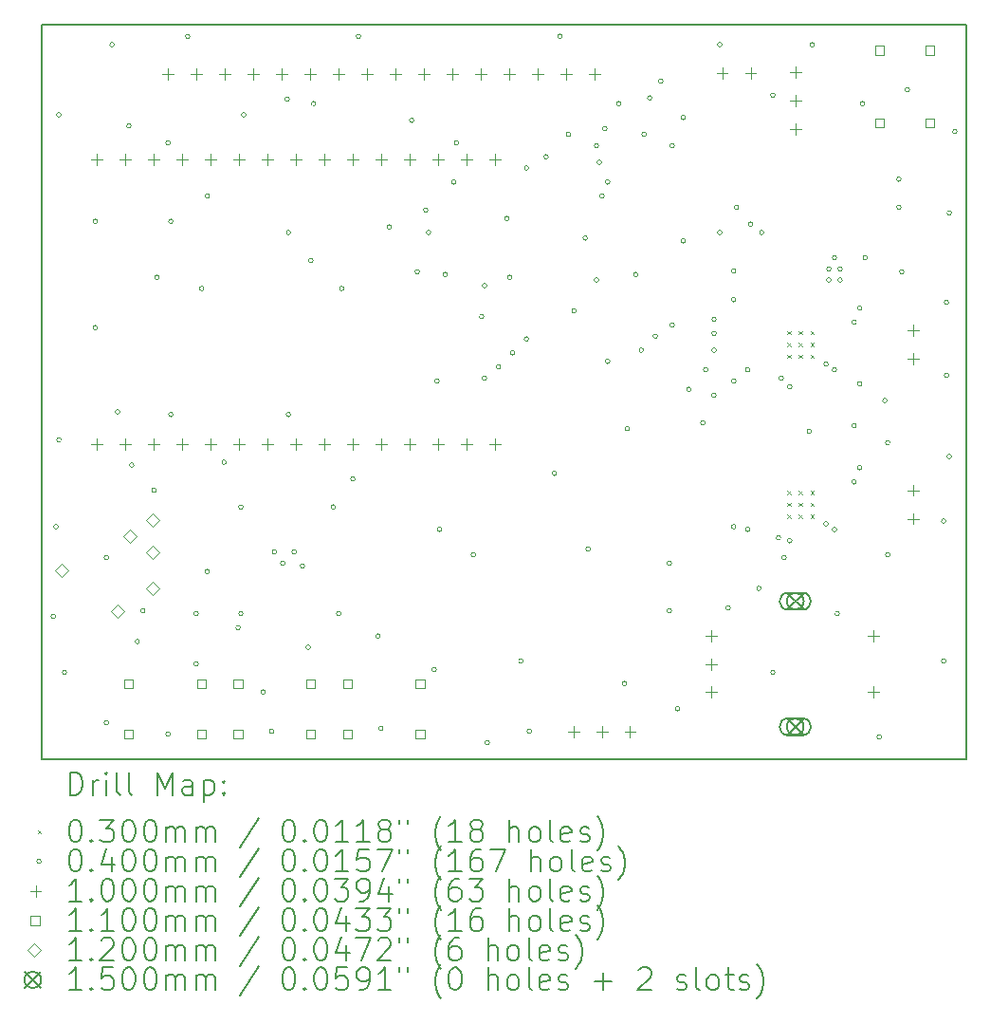
<source format=gbr>
%TF.GenerationSoftware,KiCad,Pcbnew,(6.0.7)*%
%TF.CreationDate,2022-10-03T20:15:35+03:00*%
%TF.ProjectId,ESP32_blAudio_portable,45535033-325f-4626-9c41-7564696f5f70,rev?*%
%TF.SameCoordinates,Original*%
%TF.FileFunction,Drillmap*%
%TF.FilePolarity,Positive*%
%FSLAX45Y45*%
G04 Gerber Fmt 4.5, Leading zero omitted, Abs format (unit mm)*
G04 Created by KiCad (PCBNEW (6.0.7)) date 2022-10-03 20:15:35*
%MOMM*%
%LPD*%
G01*
G04 APERTURE LIST*
%ADD10C,0.150000*%
%ADD11C,0.200000*%
%ADD12C,0.030000*%
%ADD13C,0.040000*%
%ADD14C,0.100000*%
%ADD15C,0.110000*%
%ADD16C,0.120000*%
G04 APERTURE END LIST*
D10*
X5100000Y-2100000D02*
X13350000Y-2100000D01*
X13350000Y-2100000D02*
X13350000Y-8650000D01*
X13350000Y-8650000D02*
X5100000Y-8650000D01*
X5100000Y-8650000D02*
X5100000Y-2100000D01*
D11*
D12*
X11752500Y-4830000D02*
X11782500Y-4860000D01*
X11782500Y-4830000D02*
X11752500Y-4860000D01*
X11752500Y-4935000D02*
X11782500Y-4965000D01*
X11782500Y-4935000D02*
X11752500Y-4965000D01*
X11752500Y-5040000D02*
X11782500Y-5070000D01*
X11782500Y-5040000D02*
X11752500Y-5070000D01*
X11752500Y-6255000D02*
X11782500Y-6285000D01*
X11782500Y-6255000D02*
X11752500Y-6285000D01*
X11752500Y-6360000D02*
X11782500Y-6390000D01*
X11782500Y-6360000D02*
X11752500Y-6390000D01*
X11752500Y-6465000D02*
X11782500Y-6495000D01*
X11782500Y-6465000D02*
X11752500Y-6495000D01*
X11857500Y-4830000D02*
X11887500Y-4860000D01*
X11887500Y-4830000D02*
X11857500Y-4860000D01*
X11857500Y-4935000D02*
X11887500Y-4965000D01*
X11887500Y-4935000D02*
X11857500Y-4965000D01*
X11857500Y-5040000D02*
X11887500Y-5070000D01*
X11887500Y-5040000D02*
X11857500Y-5070000D01*
X11857500Y-6255000D02*
X11887500Y-6285000D01*
X11887500Y-6255000D02*
X11857500Y-6285000D01*
X11857500Y-6360000D02*
X11887500Y-6390000D01*
X11887500Y-6360000D02*
X11857500Y-6390000D01*
X11857500Y-6465000D02*
X11887500Y-6495000D01*
X11887500Y-6465000D02*
X11857500Y-6495000D01*
X11962500Y-4830000D02*
X11992500Y-4860000D01*
X11992500Y-4830000D02*
X11962500Y-4860000D01*
X11962500Y-4935000D02*
X11992500Y-4965000D01*
X11992500Y-4935000D02*
X11962500Y-4965000D01*
X11962500Y-5040000D02*
X11992500Y-5070000D01*
X11992500Y-5040000D02*
X11962500Y-5070000D01*
X11962500Y-6255000D02*
X11992500Y-6285000D01*
X11992500Y-6255000D02*
X11962500Y-6285000D01*
X11962500Y-6360000D02*
X11992500Y-6390000D01*
X11992500Y-6360000D02*
X11962500Y-6390000D01*
X11962500Y-6465000D02*
X11992500Y-6495000D01*
X11992500Y-6465000D02*
X11962500Y-6495000D01*
D13*
X5220000Y-7375000D02*
G75*
G03*
X5220000Y-7375000I-20000J0D01*
G01*
X5245000Y-6575000D02*
G75*
G03*
X5245000Y-6575000I-20000J0D01*
G01*
X5270000Y-2900000D02*
G75*
G03*
X5270000Y-2900000I-20000J0D01*
G01*
X5270000Y-5800000D02*
G75*
G03*
X5270000Y-5800000I-20000J0D01*
G01*
X5320000Y-7875000D02*
G75*
G03*
X5320000Y-7875000I-20000J0D01*
G01*
X5595000Y-3850000D02*
G75*
G03*
X5595000Y-3850000I-20000J0D01*
G01*
X5595000Y-4800000D02*
G75*
G03*
X5595000Y-4800000I-20000J0D01*
G01*
X5695000Y-6850000D02*
G75*
G03*
X5695000Y-6850000I-20000J0D01*
G01*
X5695000Y-8325000D02*
G75*
G03*
X5695000Y-8325000I-20000J0D01*
G01*
X5745000Y-2275000D02*
G75*
G03*
X5745000Y-2275000I-20000J0D01*
G01*
X5795000Y-5550000D02*
G75*
G03*
X5795000Y-5550000I-20000J0D01*
G01*
X5895000Y-3000000D02*
G75*
G03*
X5895000Y-3000000I-20000J0D01*
G01*
X5920000Y-6025000D02*
G75*
G03*
X5920000Y-6025000I-20000J0D01*
G01*
X5970000Y-7600000D02*
G75*
G03*
X5970000Y-7600000I-20000J0D01*
G01*
X6020000Y-7325000D02*
G75*
G03*
X6020000Y-7325000I-20000J0D01*
G01*
X6120000Y-6250000D02*
G75*
G03*
X6120000Y-6250000I-20000J0D01*
G01*
X6145000Y-4350000D02*
G75*
G03*
X6145000Y-4350000I-20000J0D01*
G01*
X6245000Y-3150000D02*
G75*
G03*
X6245000Y-3150000I-20000J0D01*
G01*
X6245000Y-8425000D02*
G75*
G03*
X6245000Y-8425000I-20000J0D01*
G01*
X6270000Y-3850000D02*
G75*
G03*
X6270000Y-3850000I-20000J0D01*
G01*
X6270000Y-5575000D02*
G75*
G03*
X6270000Y-5575000I-20000J0D01*
G01*
X6420000Y-2200000D02*
G75*
G03*
X6420000Y-2200000I-20000J0D01*
G01*
X6495000Y-7350000D02*
G75*
G03*
X6495000Y-7350000I-20000J0D01*
G01*
X6495000Y-7800000D02*
G75*
G03*
X6495000Y-7800000I-20000J0D01*
G01*
X6545000Y-4450000D02*
G75*
G03*
X6545000Y-4450000I-20000J0D01*
G01*
X6595000Y-3625000D02*
G75*
G03*
X6595000Y-3625000I-20000J0D01*
G01*
X6595000Y-6975000D02*
G75*
G03*
X6595000Y-6975000I-20000J0D01*
G01*
X6745000Y-6000000D02*
G75*
G03*
X6745000Y-6000000I-20000J0D01*
G01*
X6870000Y-7475000D02*
G75*
G03*
X6870000Y-7475000I-20000J0D01*
G01*
X6895000Y-6400000D02*
G75*
G03*
X6895000Y-6400000I-20000J0D01*
G01*
X6895000Y-7350000D02*
G75*
G03*
X6895000Y-7350000I-20000J0D01*
G01*
X6920000Y-2900000D02*
G75*
G03*
X6920000Y-2900000I-20000J0D01*
G01*
X7095000Y-8050000D02*
G75*
G03*
X7095000Y-8050000I-20000J0D01*
G01*
X7170000Y-8400000D02*
G75*
G03*
X7170000Y-8400000I-20000J0D01*
G01*
X7195000Y-6800000D02*
G75*
G03*
X7195000Y-6800000I-20000J0D01*
G01*
X7270000Y-6900000D02*
G75*
G03*
X7270000Y-6900000I-20000J0D01*
G01*
X7307500Y-2762500D02*
G75*
G03*
X7307500Y-2762500I-20000J0D01*
G01*
X7320000Y-3950000D02*
G75*
G03*
X7320000Y-3950000I-20000J0D01*
G01*
X7320000Y-5575000D02*
G75*
G03*
X7320000Y-5575000I-20000J0D01*
G01*
X7370000Y-6800000D02*
G75*
G03*
X7370000Y-6800000I-20000J0D01*
G01*
X7445000Y-6925000D02*
G75*
G03*
X7445000Y-6925000I-20000J0D01*
G01*
X7495000Y-7650000D02*
G75*
G03*
X7495000Y-7650000I-20000J0D01*
G01*
X7520000Y-4200000D02*
G75*
G03*
X7520000Y-4200000I-20000J0D01*
G01*
X7545000Y-2800000D02*
G75*
G03*
X7545000Y-2800000I-20000J0D01*
G01*
X7720000Y-6400000D02*
G75*
G03*
X7720000Y-6400000I-20000J0D01*
G01*
X7770000Y-7350000D02*
G75*
G03*
X7770000Y-7350000I-20000J0D01*
G01*
X7795000Y-4450000D02*
G75*
G03*
X7795000Y-4450000I-20000J0D01*
G01*
X7895000Y-6150000D02*
G75*
G03*
X7895000Y-6150000I-20000J0D01*
G01*
X7945000Y-2200000D02*
G75*
G03*
X7945000Y-2200000I-20000J0D01*
G01*
X8120000Y-7550000D02*
G75*
G03*
X8120000Y-7550000I-20000J0D01*
G01*
X8145000Y-8375000D02*
G75*
G03*
X8145000Y-8375000I-20000J0D01*
G01*
X8220000Y-3900000D02*
G75*
G03*
X8220000Y-3900000I-20000J0D01*
G01*
X8420000Y-2950000D02*
G75*
G03*
X8420000Y-2950000I-20000J0D01*
G01*
X8470000Y-4300000D02*
G75*
G03*
X8470000Y-4300000I-20000J0D01*
G01*
X8545000Y-3750000D02*
G75*
G03*
X8545000Y-3750000I-20000J0D01*
G01*
X8570000Y-3950000D02*
G75*
G03*
X8570000Y-3950000I-20000J0D01*
G01*
X8620000Y-7850000D02*
G75*
G03*
X8620000Y-7850000I-20000J0D01*
G01*
X8645000Y-5275000D02*
G75*
G03*
X8645000Y-5275000I-20000J0D01*
G01*
X8670000Y-6600000D02*
G75*
G03*
X8670000Y-6600000I-20000J0D01*
G01*
X8720000Y-4325000D02*
G75*
G03*
X8720000Y-4325000I-20000J0D01*
G01*
X8795000Y-3500000D02*
G75*
G03*
X8795000Y-3500000I-20000J0D01*
G01*
X8820000Y-3150000D02*
G75*
G03*
X8820000Y-3150000I-20000J0D01*
G01*
X8970000Y-6825000D02*
G75*
G03*
X8970000Y-6825000I-20000J0D01*
G01*
X9045000Y-4700000D02*
G75*
G03*
X9045000Y-4700000I-20000J0D01*
G01*
X9070000Y-4425000D02*
G75*
G03*
X9070000Y-4425000I-20000J0D01*
G01*
X9070000Y-5250000D02*
G75*
G03*
X9070000Y-5250000I-20000J0D01*
G01*
X9095000Y-8500000D02*
G75*
G03*
X9095000Y-8500000I-20000J0D01*
G01*
X9195000Y-5150000D02*
G75*
G03*
X9195000Y-5150000I-20000J0D01*
G01*
X9270000Y-3825000D02*
G75*
G03*
X9270000Y-3825000I-20000J0D01*
G01*
X9295000Y-4350000D02*
G75*
G03*
X9295000Y-4350000I-20000J0D01*
G01*
X9320000Y-5025000D02*
G75*
G03*
X9320000Y-5025000I-20000J0D01*
G01*
X9395000Y-7775000D02*
G75*
G03*
X9395000Y-7775000I-20000J0D01*
G01*
X9445000Y-3375000D02*
G75*
G03*
X9445000Y-3375000I-20000J0D01*
G01*
X9445000Y-4900000D02*
G75*
G03*
X9445000Y-4900000I-20000J0D01*
G01*
X9470000Y-8400000D02*
G75*
G03*
X9470000Y-8400000I-20000J0D01*
G01*
X9620000Y-3275000D02*
G75*
G03*
X9620000Y-3275000I-20000J0D01*
G01*
X9695000Y-6100000D02*
G75*
G03*
X9695000Y-6100000I-20000J0D01*
G01*
X9745000Y-2200000D02*
G75*
G03*
X9745000Y-2200000I-20000J0D01*
G01*
X9820000Y-3075000D02*
G75*
G03*
X9820000Y-3075000I-20000J0D01*
G01*
X9870000Y-4650000D02*
G75*
G03*
X9870000Y-4650000I-20000J0D01*
G01*
X9970000Y-4000000D02*
G75*
G03*
X9970000Y-4000000I-20000J0D01*
G01*
X9995000Y-6775000D02*
G75*
G03*
X9995000Y-6775000I-20000J0D01*
G01*
X10070000Y-3175000D02*
G75*
G03*
X10070000Y-3175000I-20000J0D01*
G01*
X10070000Y-4375000D02*
G75*
G03*
X10070000Y-4375000I-20000J0D01*
G01*
X10095000Y-3325000D02*
G75*
G03*
X10095000Y-3325000I-20000J0D01*
G01*
X10120000Y-3625000D02*
G75*
G03*
X10120000Y-3625000I-20000J0D01*
G01*
X10145000Y-3025000D02*
G75*
G03*
X10145000Y-3025000I-20000J0D01*
G01*
X10170000Y-3500000D02*
G75*
G03*
X10170000Y-3500000I-20000J0D01*
G01*
X10170000Y-5100000D02*
G75*
G03*
X10170000Y-5100000I-20000J0D01*
G01*
X10270000Y-2800000D02*
G75*
G03*
X10270000Y-2800000I-20000J0D01*
G01*
X10320000Y-7975000D02*
G75*
G03*
X10320000Y-7975000I-20000J0D01*
G01*
X10345000Y-5700000D02*
G75*
G03*
X10345000Y-5700000I-20000J0D01*
G01*
X10420000Y-4325000D02*
G75*
G03*
X10420000Y-4325000I-20000J0D01*
G01*
X10470000Y-5000000D02*
G75*
G03*
X10470000Y-5000000I-20000J0D01*
G01*
X10495000Y-3075000D02*
G75*
G03*
X10495000Y-3075000I-20000J0D01*
G01*
X10545000Y-2750000D02*
G75*
G03*
X10545000Y-2750000I-20000J0D01*
G01*
X10595000Y-4875000D02*
G75*
G03*
X10595000Y-4875000I-20000J0D01*
G01*
X10645000Y-2600000D02*
G75*
G03*
X10645000Y-2600000I-20000J0D01*
G01*
X10720000Y-6900000D02*
G75*
G03*
X10720000Y-6900000I-20000J0D01*
G01*
X10720000Y-7325000D02*
G75*
G03*
X10720000Y-7325000I-20000J0D01*
G01*
X10745000Y-3175000D02*
G75*
G03*
X10745000Y-3175000I-20000J0D01*
G01*
X10745000Y-4775000D02*
G75*
G03*
X10745000Y-4775000I-20000J0D01*
G01*
X10795000Y-8200000D02*
G75*
G03*
X10795000Y-8200000I-20000J0D01*
G01*
X10845000Y-2925000D02*
G75*
G03*
X10845000Y-2925000I-20000J0D01*
G01*
X10845000Y-4025000D02*
G75*
G03*
X10845000Y-4025000I-20000J0D01*
G01*
X10895000Y-5350000D02*
G75*
G03*
X10895000Y-5350000I-20000J0D01*
G01*
X11020000Y-5650000D02*
G75*
G03*
X11020000Y-5650000I-20000J0D01*
G01*
X11045000Y-5175000D02*
G75*
G03*
X11045000Y-5175000I-20000J0D01*
G01*
X11118770Y-5401230D02*
G75*
G03*
X11118770Y-5401230I-20000J0D01*
G01*
X11120000Y-4725000D02*
G75*
G03*
X11120000Y-4725000I-20000J0D01*
G01*
X11120000Y-4850000D02*
G75*
G03*
X11120000Y-4850000I-20000J0D01*
G01*
X11120000Y-5000000D02*
G75*
G03*
X11120000Y-5000000I-20000J0D01*
G01*
X11170000Y-2275000D02*
G75*
G03*
X11170000Y-2275000I-20000J0D01*
G01*
X11170000Y-3950000D02*
G75*
G03*
X11170000Y-3950000I-20000J0D01*
G01*
X11245000Y-7300000D02*
G75*
G03*
X11245000Y-7300000I-20000J0D01*
G01*
X11295000Y-4295050D02*
G75*
G03*
X11295000Y-4295050I-20000J0D01*
G01*
X11295000Y-4550000D02*
G75*
G03*
X11295000Y-4550000I-20000J0D01*
G01*
X11295000Y-5275000D02*
G75*
G03*
X11295000Y-5275000I-20000J0D01*
G01*
X11295000Y-6575000D02*
G75*
G03*
X11295000Y-6575000I-20000J0D01*
G01*
X11320000Y-3725000D02*
G75*
G03*
X11320000Y-3725000I-20000J0D01*
G01*
X11420000Y-5175000D02*
G75*
G03*
X11420000Y-5175000I-20000J0D01*
G01*
X11420000Y-6600000D02*
G75*
G03*
X11420000Y-6600000I-20000J0D01*
G01*
X11445000Y-3875000D02*
G75*
G03*
X11445000Y-3875000I-20000J0D01*
G01*
X11520000Y-7125000D02*
G75*
G03*
X11520000Y-7125000I-20000J0D01*
G01*
X11545000Y-3950000D02*
G75*
G03*
X11545000Y-3950000I-20000J0D01*
G01*
X11645000Y-2725000D02*
G75*
G03*
X11645000Y-2725000I-20000J0D01*
G01*
X11645000Y-7875000D02*
G75*
G03*
X11645000Y-7875000I-20000J0D01*
G01*
X11695000Y-6675000D02*
G75*
G03*
X11695000Y-6675000I-20000J0D01*
G01*
X11720000Y-5250000D02*
G75*
G03*
X11720000Y-5250000I-20000J0D01*
G01*
X11745000Y-6850000D02*
G75*
G03*
X11745000Y-6850000I-20000J0D01*
G01*
X11795000Y-5325000D02*
G75*
G03*
X11795000Y-5325000I-20000J0D01*
G01*
X11795000Y-6700000D02*
G75*
G03*
X11795000Y-6700000I-20000J0D01*
G01*
X11970000Y-5725000D02*
G75*
G03*
X11970000Y-5725000I-20000J0D01*
G01*
X11995000Y-2275000D02*
G75*
G03*
X11995000Y-2275000I-20000J0D01*
G01*
X12120000Y-5125000D02*
G75*
G03*
X12120000Y-5125000I-20000J0D01*
G01*
X12120000Y-6550000D02*
G75*
G03*
X12120000Y-6550000I-20000J0D01*
G01*
X12145000Y-4275000D02*
G75*
G03*
X12145000Y-4275000I-20000J0D01*
G01*
X12145000Y-4375000D02*
G75*
G03*
X12145000Y-4375000I-20000J0D01*
G01*
X12195000Y-4175000D02*
G75*
G03*
X12195000Y-4175000I-20000J0D01*
G01*
X12195000Y-5175000D02*
G75*
G03*
X12195000Y-5175000I-20000J0D01*
G01*
X12195000Y-6600000D02*
G75*
G03*
X12195000Y-6600000I-20000J0D01*
G01*
X12220000Y-7350000D02*
G75*
G03*
X12220000Y-7350000I-20000J0D01*
G01*
X12245000Y-4275000D02*
G75*
G03*
X12245000Y-4275000I-20000J0D01*
G01*
X12245000Y-4375000D02*
G75*
G03*
X12245000Y-4375000I-20000J0D01*
G01*
X12370000Y-4750000D02*
G75*
G03*
X12370000Y-4750000I-20000J0D01*
G01*
X12370000Y-5675000D02*
G75*
G03*
X12370000Y-5675000I-20000J0D01*
G01*
X12370000Y-6175000D02*
G75*
G03*
X12370000Y-6175000I-20000J0D01*
G01*
X12420000Y-4625000D02*
G75*
G03*
X12420000Y-4625000I-20000J0D01*
G01*
X12420000Y-5300000D02*
G75*
G03*
X12420000Y-5300000I-20000J0D01*
G01*
X12420000Y-6050000D02*
G75*
G03*
X12420000Y-6050000I-20000J0D01*
G01*
X12445000Y-2800000D02*
G75*
G03*
X12445000Y-2800000I-20000J0D01*
G01*
X12470000Y-4175000D02*
G75*
G03*
X12470000Y-4175000I-20000J0D01*
G01*
X12595000Y-8450000D02*
G75*
G03*
X12595000Y-8450000I-20000J0D01*
G01*
X12645000Y-5450000D02*
G75*
G03*
X12645000Y-5450000I-20000J0D01*
G01*
X12670000Y-5825000D02*
G75*
G03*
X12670000Y-5825000I-20000J0D01*
G01*
X12670000Y-6825000D02*
G75*
G03*
X12670000Y-6825000I-20000J0D01*
G01*
X12770000Y-3475000D02*
G75*
G03*
X12770000Y-3475000I-20000J0D01*
G01*
X12770000Y-3725000D02*
G75*
G03*
X12770000Y-3725000I-20000J0D01*
G01*
X12795000Y-4300000D02*
G75*
G03*
X12795000Y-4300000I-20000J0D01*
G01*
X12845000Y-2675000D02*
G75*
G03*
X12845000Y-2675000I-20000J0D01*
G01*
X13170000Y-6525000D02*
G75*
G03*
X13170000Y-6525000I-20000J0D01*
G01*
X13170000Y-7775000D02*
G75*
G03*
X13170000Y-7775000I-20000J0D01*
G01*
X13195000Y-4575000D02*
G75*
G03*
X13195000Y-4575000I-20000J0D01*
G01*
X13195000Y-5225000D02*
G75*
G03*
X13195000Y-5225000I-20000J0D01*
G01*
X13220000Y-3775000D02*
G75*
G03*
X13220000Y-3775000I-20000J0D01*
G01*
X13220000Y-5950000D02*
G75*
G03*
X13220000Y-5950000I-20000J0D01*
G01*
X13270000Y-3050000D02*
G75*
G03*
X13270000Y-3050000I-20000J0D01*
G01*
D14*
X5588000Y-3252000D02*
X5588000Y-3352000D01*
X5538000Y-3302000D02*
X5638000Y-3302000D01*
X5588000Y-5792000D02*
X5588000Y-5892000D01*
X5538000Y-5842000D02*
X5638000Y-5842000D01*
X5842000Y-3252000D02*
X5842000Y-3352000D01*
X5792000Y-3302000D02*
X5892000Y-3302000D01*
X5842000Y-5792000D02*
X5842000Y-5892000D01*
X5792000Y-5842000D02*
X5892000Y-5842000D01*
X6096000Y-3252000D02*
X6096000Y-3352000D01*
X6046000Y-3302000D02*
X6146000Y-3302000D01*
X6096000Y-5792000D02*
X6096000Y-5892000D01*
X6046000Y-5842000D02*
X6146000Y-5842000D01*
X6223000Y-2487500D02*
X6223000Y-2587500D01*
X6173000Y-2537500D02*
X6273000Y-2537500D01*
X6350000Y-3252000D02*
X6350000Y-3352000D01*
X6300000Y-3302000D02*
X6400000Y-3302000D01*
X6350000Y-5792000D02*
X6350000Y-5892000D01*
X6300000Y-5842000D02*
X6400000Y-5842000D01*
X6477000Y-2487500D02*
X6477000Y-2587500D01*
X6427000Y-2537500D02*
X6527000Y-2537500D01*
X6604000Y-3252000D02*
X6604000Y-3352000D01*
X6554000Y-3302000D02*
X6654000Y-3302000D01*
X6604000Y-5792000D02*
X6604000Y-5892000D01*
X6554000Y-5842000D02*
X6654000Y-5842000D01*
X6731000Y-2487500D02*
X6731000Y-2587500D01*
X6681000Y-2537500D02*
X6781000Y-2537500D01*
X6858000Y-3252000D02*
X6858000Y-3352000D01*
X6808000Y-3302000D02*
X6908000Y-3302000D01*
X6858000Y-5792000D02*
X6858000Y-5892000D01*
X6808000Y-5842000D02*
X6908000Y-5842000D01*
X6985000Y-2487500D02*
X6985000Y-2587500D01*
X6935000Y-2537500D02*
X7035000Y-2537500D01*
X7112000Y-3252000D02*
X7112000Y-3352000D01*
X7062000Y-3302000D02*
X7162000Y-3302000D01*
X7112000Y-5792000D02*
X7112000Y-5892000D01*
X7062000Y-5842000D02*
X7162000Y-5842000D01*
X7239000Y-2487500D02*
X7239000Y-2587500D01*
X7189000Y-2537500D02*
X7289000Y-2537500D01*
X7366000Y-3252000D02*
X7366000Y-3352000D01*
X7316000Y-3302000D02*
X7416000Y-3302000D01*
X7366000Y-5792000D02*
X7366000Y-5892000D01*
X7316000Y-5842000D02*
X7416000Y-5842000D01*
X7493000Y-2487500D02*
X7493000Y-2587500D01*
X7443000Y-2537500D02*
X7543000Y-2537500D01*
X7620000Y-3252000D02*
X7620000Y-3352000D01*
X7570000Y-3302000D02*
X7670000Y-3302000D01*
X7620000Y-5792000D02*
X7620000Y-5892000D01*
X7570000Y-5842000D02*
X7670000Y-5842000D01*
X7747000Y-2487500D02*
X7747000Y-2587500D01*
X7697000Y-2537500D02*
X7797000Y-2537500D01*
X7874000Y-3252000D02*
X7874000Y-3352000D01*
X7824000Y-3302000D02*
X7924000Y-3302000D01*
X7874000Y-5792000D02*
X7874000Y-5892000D01*
X7824000Y-5842000D02*
X7924000Y-5842000D01*
X8001000Y-2487500D02*
X8001000Y-2587500D01*
X7951000Y-2537500D02*
X8051000Y-2537500D01*
X8128000Y-3252000D02*
X8128000Y-3352000D01*
X8078000Y-3302000D02*
X8178000Y-3302000D01*
X8128000Y-5792000D02*
X8128000Y-5892000D01*
X8078000Y-5842000D02*
X8178000Y-5842000D01*
X8255000Y-2487500D02*
X8255000Y-2587500D01*
X8205000Y-2537500D02*
X8305000Y-2537500D01*
X8382000Y-3252000D02*
X8382000Y-3352000D01*
X8332000Y-3302000D02*
X8432000Y-3302000D01*
X8382000Y-5792000D02*
X8382000Y-5892000D01*
X8332000Y-5842000D02*
X8432000Y-5842000D01*
X8509000Y-2487500D02*
X8509000Y-2587500D01*
X8459000Y-2537500D02*
X8559000Y-2537500D01*
X8636000Y-3252000D02*
X8636000Y-3352000D01*
X8586000Y-3302000D02*
X8686000Y-3302000D01*
X8636000Y-5792000D02*
X8636000Y-5892000D01*
X8586000Y-5842000D02*
X8686000Y-5842000D01*
X8763000Y-2487500D02*
X8763000Y-2587500D01*
X8713000Y-2537500D02*
X8813000Y-2537500D01*
X8890000Y-3252000D02*
X8890000Y-3352000D01*
X8840000Y-3302000D02*
X8940000Y-3302000D01*
X8890000Y-5792000D02*
X8890000Y-5892000D01*
X8840000Y-5842000D02*
X8940000Y-5842000D01*
X9017000Y-2487500D02*
X9017000Y-2587500D01*
X8967000Y-2537500D02*
X9067000Y-2537500D01*
X9144000Y-3252000D02*
X9144000Y-3352000D01*
X9094000Y-3302000D02*
X9194000Y-3302000D01*
X9144000Y-5792000D02*
X9144000Y-5892000D01*
X9094000Y-5842000D02*
X9194000Y-5842000D01*
X9271000Y-2487500D02*
X9271000Y-2587500D01*
X9221000Y-2537500D02*
X9321000Y-2537500D01*
X9525000Y-2487500D02*
X9525000Y-2587500D01*
X9475000Y-2537500D02*
X9575000Y-2537500D01*
X9779000Y-2487500D02*
X9779000Y-2587500D01*
X9729000Y-2537500D02*
X9829000Y-2537500D01*
X9850000Y-8355000D02*
X9850000Y-8455000D01*
X9800000Y-8405000D02*
X9900000Y-8405000D01*
X10033000Y-2487500D02*
X10033000Y-2587500D01*
X9983000Y-2537500D02*
X10083000Y-2537500D01*
X10100000Y-8355000D02*
X10100000Y-8455000D01*
X10050000Y-8405000D02*
X10150000Y-8405000D01*
X10350000Y-8355000D02*
X10350000Y-8455000D01*
X10300000Y-8405000D02*
X10400000Y-8405000D01*
X11075000Y-7500000D02*
X11075000Y-7600000D01*
X11025000Y-7550000D02*
X11125000Y-7550000D01*
X11075000Y-7750000D02*
X11075000Y-7850000D01*
X11025000Y-7800000D02*
X11125000Y-7800000D01*
X11075000Y-8000000D02*
X11075000Y-8100000D01*
X11025000Y-8050000D02*
X11125000Y-8050000D01*
X11172500Y-2475000D02*
X11172500Y-2575000D01*
X11122500Y-2525000D02*
X11222500Y-2525000D01*
X11426500Y-2475000D02*
X11426500Y-2575000D01*
X11376500Y-2525000D02*
X11476500Y-2525000D01*
X11825000Y-2472500D02*
X11825000Y-2572500D01*
X11775000Y-2522500D02*
X11875000Y-2522500D01*
X11825000Y-2726500D02*
X11825000Y-2826500D01*
X11775000Y-2776500D02*
X11875000Y-2776500D01*
X11825000Y-2980500D02*
X11825000Y-3080500D01*
X11775000Y-3030500D02*
X11875000Y-3030500D01*
X12525000Y-7500000D02*
X12525000Y-7600000D01*
X12475000Y-7550000D02*
X12575000Y-7550000D01*
X12525000Y-8000000D02*
X12525000Y-8100000D01*
X12475000Y-8050000D02*
X12575000Y-8050000D01*
X12875000Y-4775000D02*
X12875000Y-4875000D01*
X12825000Y-4825000D02*
X12925000Y-4825000D01*
X12875000Y-5029000D02*
X12875000Y-5129000D01*
X12825000Y-5079000D02*
X12925000Y-5079000D01*
X12875000Y-6200000D02*
X12875000Y-6300000D01*
X12825000Y-6250000D02*
X12925000Y-6250000D01*
X12875000Y-6454000D02*
X12875000Y-6554000D01*
X12825000Y-6504000D02*
X12925000Y-6504000D01*
D15*
X5913891Y-8013891D02*
X5913891Y-7936109D01*
X5836109Y-7936109D01*
X5836109Y-8013891D01*
X5913891Y-8013891D01*
X5913891Y-8463891D02*
X5913891Y-8386109D01*
X5836109Y-8386109D01*
X5836109Y-8463891D01*
X5913891Y-8463891D01*
X6563891Y-8013891D02*
X6563891Y-7936109D01*
X6486109Y-7936109D01*
X6486109Y-8013891D01*
X6563891Y-8013891D01*
X6563891Y-8463891D02*
X6563891Y-8386109D01*
X6486109Y-8386109D01*
X6486109Y-8463891D01*
X6563891Y-8463891D01*
X6888891Y-8013891D02*
X6888891Y-7936109D01*
X6811109Y-7936109D01*
X6811109Y-8013891D01*
X6888891Y-8013891D01*
X6888891Y-8463891D02*
X6888891Y-8386109D01*
X6811109Y-8386109D01*
X6811109Y-8463891D01*
X6888891Y-8463891D01*
X7538891Y-8013891D02*
X7538891Y-7936109D01*
X7461109Y-7936109D01*
X7461109Y-8013891D01*
X7538891Y-8013891D01*
X7538891Y-8463891D02*
X7538891Y-8386109D01*
X7461109Y-8386109D01*
X7461109Y-8463891D01*
X7538891Y-8463891D01*
X7863891Y-8013891D02*
X7863891Y-7936109D01*
X7786109Y-7936109D01*
X7786109Y-8013891D01*
X7863891Y-8013891D01*
X7863891Y-8463891D02*
X7863891Y-8386109D01*
X7786109Y-8386109D01*
X7786109Y-8463891D01*
X7863891Y-8463891D01*
X8513891Y-8013891D02*
X8513891Y-7936109D01*
X8436109Y-7936109D01*
X8436109Y-8013891D01*
X8513891Y-8013891D01*
X8513891Y-8463891D02*
X8513891Y-8386109D01*
X8436109Y-8386109D01*
X8436109Y-8463891D01*
X8513891Y-8463891D01*
X12613891Y-2363891D02*
X12613891Y-2286109D01*
X12536109Y-2286109D01*
X12536109Y-2363891D01*
X12613891Y-2363891D01*
X12613891Y-3013891D02*
X12613891Y-2936109D01*
X12536109Y-2936109D01*
X12536109Y-3013891D01*
X12613891Y-3013891D01*
X13063891Y-2363891D02*
X13063891Y-2286109D01*
X12986109Y-2286109D01*
X12986109Y-2363891D01*
X13063891Y-2363891D01*
X13063891Y-3013891D02*
X13063891Y-2936109D01*
X12986109Y-2936109D01*
X12986109Y-3013891D01*
X13063891Y-3013891D01*
D16*
X5274500Y-7027000D02*
X5334500Y-6967000D01*
X5274500Y-6907000D01*
X5214500Y-6967000D01*
X5274500Y-7027000D01*
X5774500Y-7387000D02*
X5834500Y-7327000D01*
X5774500Y-7267000D01*
X5714500Y-7327000D01*
X5774500Y-7387000D01*
X5884500Y-6717000D02*
X5944500Y-6657000D01*
X5884500Y-6597000D01*
X5824500Y-6657000D01*
X5884500Y-6717000D01*
X6084500Y-6577000D02*
X6144500Y-6517000D01*
X6084500Y-6457000D01*
X6024500Y-6517000D01*
X6084500Y-6577000D01*
X6084500Y-6867000D02*
X6144500Y-6807000D01*
X6084500Y-6747000D01*
X6024500Y-6807000D01*
X6084500Y-6867000D01*
X6084500Y-7187000D02*
X6144500Y-7127000D01*
X6084500Y-7067000D01*
X6024500Y-7127000D01*
X6084500Y-7187000D01*
D10*
X11750000Y-7165000D02*
X11900000Y-7315000D01*
X11900000Y-7165000D02*
X11750000Y-7315000D01*
X11900000Y-7240000D02*
G75*
G03*
X11900000Y-7240000I-75000J0D01*
G01*
D11*
X11760000Y-7315000D02*
X11890000Y-7315000D01*
X11760000Y-7165000D02*
X11890000Y-7165000D01*
X11890000Y-7315000D02*
G75*
G03*
X11890000Y-7165000I0J75000D01*
G01*
X11760000Y-7165000D02*
G75*
G03*
X11760000Y-7315000I0J-75000D01*
G01*
D10*
X11750000Y-8285000D02*
X11900000Y-8435000D01*
X11900000Y-8285000D02*
X11750000Y-8435000D01*
X11900000Y-8360000D02*
G75*
G03*
X11900000Y-8360000I-75000J0D01*
G01*
D11*
X11760000Y-8435000D02*
X11890000Y-8435000D01*
X11760000Y-8285000D02*
X11890000Y-8285000D01*
X11890000Y-8435000D02*
G75*
G03*
X11890000Y-8285000I0J75000D01*
G01*
X11760000Y-8285000D02*
G75*
G03*
X11760000Y-8435000I0J-75000D01*
G01*
X5350119Y-8967976D02*
X5350119Y-8767976D01*
X5397738Y-8767976D01*
X5426310Y-8777500D01*
X5445357Y-8796548D01*
X5454881Y-8815595D01*
X5464405Y-8853690D01*
X5464405Y-8882262D01*
X5454881Y-8920357D01*
X5445357Y-8939405D01*
X5426310Y-8958452D01*
X5397738Y-8967976D01*
X5350119Y-8967976D01*
X5550119Y-8967976D02*
X5550119Y-8834643D01*
X5550119Y-8872738D02*
X5559643Y-8853690D01*
X5569167Y-8844167D01*
X5588214Y-8834643D01*
X5607262Y-8834643D01*
X5673928Y-8967976D02*
X5673928Y-8834643D01*
X5673928Y-8767976D02*
X5664405Y-8777500D01*
X5673928Y-8787024D01*
X5683452Y-8777500D01*
X5673928Y-8767976D01*
X5673928Y-8787024D01*
X5797738Y-8967976D02*
X5778690Y-8958452D01*
X5769167Y-8939405D01*
X5769167Y-8767976D01*
X5902500Y-8967976D02*
X5883452Y-8958452D01*
X5873928Y-8939405D01*
X5873928Y-8767976D01*
X6131071Y-8967976D02*
X6131071Y-8767976D01*
X6197738Y-8910833D01*
X6264405Y-8767976D01*
X6264405Y-8967976D01*
X6445357Y-8967976D02*
X6445357Y-8863214D01*
X6435833Y-8844167D01*
X6416786Y-8834643D01*
X6378690Y-8834643D01*
X6359643Y-8844167D01*
X6445357Y-8958452D02*
X6426309Y-8967976D01*
X6378690Y-8967976D01*
X6359643Y-8958452D01*
X6350119Y-8939405D01*
X6350119Y-8920357D01*
X6359643Y-8901310D01*
X6378690Y-8891786D01*
X6426309Y-8891786D01*
X6445357Y-8882262D01*
X6540595Y-8834643D02*
X6540595Y-9034643D01*
X6540595Y-8844167D02*
X6559643Y-8834643D01*
X6597738Y-8834643D01*
X6616786Y-8844167D01*
X6626309Y-8853690D01*
X6635833Y-8872738D01*
X6635833Y-8929881D01*
X6626309Y-8948929D01*
X6616786Y-8958452D01*
X6597738Y-8967976D01*
X6559643Y-8967976D01*
X6540595Y-8958452D01*
X6721548Y-8948929D02*
X6731071Y-8958452D01*
X6721548Y-8967976D01*
X6712024Y-8958452D01*
X6721548Y-8948929D01*
X6721548Y-8967976D01*
X6721548Y-8844167D02*
X6731071Y-8853690D01*
X6721548Y-8863214D01*
X6712024Y-8853690D01*
X6721548Y-8844167D01*
X6721548Y-8863214D01*
D12*
X5062500Y-9282500D02*
X5092500Y-9312500D01*
X5092500Y-9282500D02*
X5062500Y-9312500D01*
D11*
X5388214Y-9187976D02*
X5407262Y-9187976D01*
X5426310Y-9197500D01*
X5435833Y-9207024D01*
X5445357Y-9226071D01*
X5454881Y-9264167D01*
X5454881Y-9311786D01*
X5445357Y-9349881D01*
X5435833Y-9368929D01*
X5426310Y-9378452D01*
X5407262Y-9387976D01*
X5388214Y-9387976D01*
X5369167Y-9378452D01*
X5359643Y-9368929D01*
X5350119Y-9349881D01*
X5340595Y-9311786D01*
X5340595Y-9264167D01*
X5350119Y-9226071D01*
X5359643Y-9207024D01*
X5369167Y-9197500D01*
X5388214Y-9187976D01*
X5540595Y-9368929D02*
X5550119Y-9378452D01*
X5540595Y-9387976D01*
X5531071Y-9378452D01*
X5540595Y-9368929D01*
X5540595Y-9387976D01*
X5616786Y-9187976D02*
X5740595Y-9187976D01*
X5673928Y-9264167D01*
X5702500Y-9264167D01*
X5721548Y-9273690D01*
X5731071Y-9283214D01*
X5740595Y-9302262D01*
X5740595Y-9349881D01*
X5731071Y-9368929D01*
X5721548Y-9378452D01*
X5702500Y-9387976D01*
X5645357Y-9387976D01*
X5626309Y-9378452D01*
X5616786Y-9368929D01*
X5864405Y-9187976D02*
X5883452Y-9187976D01*
X5902500Y-9197500D01*
X5912024Y-9207024D01*
X5921548Y-9226071D01*
X5931071Y-9264167D01*
X5931071Y-9311786D01*
X5921548Y-9349881D01*
X5912024Y-9368929D01*
X5902500Y-9378452D01*
X5883452Y-9387976D01*
X5864405Y-9387976D01*
X5845357Y-9378452D01*
X5835833Y-9368929D01*
X5826309Y-9349881D01*
X5816786Y-9311786D01*
X5816786Y-9264167D01*
X5826309Y-9226071D01*
X5835833Y-9207024D01*
X5845357Y-9197500D01*
X5864405Y-9187976D01*
X6054881Y-9187976D02*
X6073928Y-9187976D01*
X6092976Y-9197500D01*
X6102500Y-9207024D01*
X6112024Y-9226071D01*
X6121548Y-9264167D01*
X6121548Y-9311786D01*
X6112024Y-9349881D01*
X6102500Y-9368929D01*
X6092976Y-9378452D01*
X6073928Y-9387976D01*
X6054881Y-9387976D01*
X6035833Y-9378452D01*
X6026309Y-9368929D01*
X6016786Y-9349881D01*
X6007262Y-9311786D01*
X6007262Y-9264167D01*
X6016786Y-9226071D01*
X6026309Y-9207024D01*
X6035833Y-9197500D01*
X6054881Y-9187976D01*
X6207262Y-9387976D02*
X6207262Y-9254643D01*
X6207262Y-9273690D02*
X6216786Y-9264167D01*
X6235833Y-9254643D01*
X6264405Y-9254643D01*
X6283452Y-9264167D01*
X6292976Y-9283214D01*
X6292976Y-9387976D01*
X6292976Y-9283214D02*
X6302500Y-9264167D01*
X6321548Y-9254643D01*
X6350119Y-9254643D01*
X6369167Y-9264167D01*
X6378690Y-9283214D01*
X6378690Y-9387976D01*
X6473928Y-9387976D02*
X6473928Y-9254643D01*
X6473928Y-9273690D02*
X6483452Y-9264167D01*
X6502500Y-9254643D01*
X6531071Y-9254643D01*
X6550119Y-9264167D01*
X6559643Y-9283214D01*
X6559643Y-9387976D01*
X6559643Y-9283214D02*
X6569167Y-9264167D01*
X6588214Y-9254643D01*
X6616786Y-9254643D01*
X6635833Y-9264167D01*
X6645357Y-9283214D01*
X6645357Y-9387976D01*
X7035833Y-9178452D02*
X6864405Y-9435595D01*
X7292976Y-9187976D02*
X7312024Y-9187976D01*
X7331071Y-9197500D01*
X7340595Y-9207024D01*
X7350119Y-9226071D01*
X7359643Y-9264167D01*
X7359643Y-9311786D01*
X7350119Y-9349881D01*
X7340595Y-9368929D01*
X7331071Y-9378452D01*
X7312024Y-9387976D01*
X7292976Y-9387976D01*
X7273928Y-9378452D01*
X7264405Y-9368929D01*
X7254881Y-9349881D01*
X7245357Y-9311786D01*
X7245357Y-9264167D01*
X7254881Y-9226071D01*
X7264405Y-9207024D01*
X7273928Y-9197500D01*
X7292976Y-9187976D01*
X7445357Y-9368929D02*
X7454881Y-9378452D01*
X7445357Y-9387976D01*
X7435833Y-9378452D01*
X7445357Y-9368929D01*
X7445357Y-9387976D01*
X7578690Y-9187976D02*
X7597738Y-9187976D01*
X7616786Y-9197500D01*
X7626309Y-9207024D01*
X7635833Y-9226071D01*
X7645357Y-9264167D01*
X7645357Y-9311786D01*
X7635833Y-9349881D01*
X7626309Y-9368929D01*
X7616786Y-9378452D01*
X7597738Y-9387976D01*
X7578690Y-9387976D01*
X7559643Y-9378452D01*
X7550119Y-9368929D01*
X7540595Y-9349881D01*
X7531071Y-9311786D01*
X7531071Y-9264167D01*
X7540595Y-9226071D01*
X7550119Y-9207024D01*
X7559643Y-9197500D01*
X7578690Y-9187976D01*
X7835833Y-9387976D02*
X7721548Y-9387976D01*
X7778690Y-9387976D02*
X7778690Y-9187976D01*
X7759643Y-9216548D01*
X7740595Y-9235595D01*
X7721548Y-9245119D01*
X8026309Y-9387976D02*
X7912024Y-9387976D01*
X7969167Y-9387976D02*
X7969167Y-9187976D01*
X7950119Y-9216548D01*
X7931071Y-9235595D01*
X7912024Y-9245119D01*
X8140595Y-9273690D02*
X8121548Y-9264167D01*
X8112024Y-9254643D01*
X8102500Y-9235595D01*
X8102500Y-9226071D01*
X8112024Y-9207024D01*
X8121548Y-9197500D01*
X8140595Y-9187976D01*
X8178690Y-9187976D01*
X8197738Y-9197500D01*
X8207262Y-9207024D01*
X8216786Y-9226071D01*
X8216786Y-9235595D01*
X8207262Y-9254643D01*
X8197738Y-9264167D01*
X8178690Y-9273690D01*
X8140595Y-9273690D01*
X8121548Y-9283214D01*
X8112024Y-9292738D01*
X8102500Y-9311786D01*
X8102500Y-9349881D01*
X8112024Y-9368929D01*
X8121548Y-9378452D01*
X8140595Y-9387976D01*
X8178690Y-9387976D01*
X8197738Y-9378452D01*
X8207262Y-9368929D01*
X8216786Y-9349881D01*
X8216786Y-9311786D01*
X8207262Y-9292738D01*
X8197738Y-9283214D01*
X8178690Y-9273690D01*
X8292976Y-9187976D02*
X8292976Y-9226071D01*
X8369167Y-9187976D02*
X8369167Y-9226071D01*
X8664405Y-9464167D02*
X8654881Y-9454643D01*
X8635833Y-9426071D01*
X8626310Y-9407024D01*
X8616786Y-9378452D01*
X8607262Y-9330833D01*
X8607262Y-9292738D01*
X8616786Y-9245119D01*
X8626310Y-9216548D01*
X8635833Y-9197500D01*
X8654881Y-9168929D01*
X8664405Y-9159405D01*
X8845357Y-9387976D02*
X8731071Y-9387976D01*
X8788214Y-9387976D02*
X8788214Y-9187976D01*
X8769167Y-9216548D01*
X8750119Y-9235595D01*
X8731071Y-9245119D01*
X8959643Y-9273690D02*
X8940595Y-9264167D01*
X8931071Y-9254643D01*
X8921548Y-9235595D01*
X8921548Y-9226071D01*
X8931071Y-9207024D01*
X8940595Y-9197500D01*
X8959643Y-9187976D01*
X8997738Y-9187976D01*
X9016786Y-9197500D01*
X9026310Y-9207024D01*
X9035833Y-9226071D01*
X9035833Y-9235595D01*
X9026310Y-9254643D01*
X9016786Y-9264167D01*
X8997738Y-9273690D01*
X8959643Y-9273690D01*
X8940595Y-9283214D01*
X8931071Y-9292738D01*
X8921548Y-9311786D01*
X8921548Y-9349881D01*
X8931071Y-9368929D01*
X8940595Y-9378452D01*
X8959643Y-9387976D01*
X8997738Y-9387976D01*
X9016786Y-9378452D01*
X9026310Y-9368929D01*
X9035833Y-9349881D01*
X9035833Y-9311786D01*
X9026310Y-9292738D01*
X9016786Y-9283214D01*
X8997738Y-9273690D01*
X9273929Y-9387976D02*
X9273929Y-9187976D01*
X9359643Y-9387976D02*
X9359643Y-9283214D01*
X9350119Y-9264167D01*
X9331071Y-9254643D01*
X9302500Y-9254643D01*
X9283452Y-9264167D01*
X9273929Y-9273690D01*
X9483452Y-9387976D02*
X9464405Y-9378452D01*
X9454881Y-9368929D01*
X9445357Y-9349881D01*
X9445357Y-9292738D01*
X9454881Y-9273690D01*
X9464405Y-9264167D01*
X9483452Y-9254643D01*
X9512024Y-9254643D01*
X9531071Y-9264167D01*
X9540595Y-9273690D01*
X9550119Y-9292738D01*
X9550119Y-9349881D01*
X9540595Y-9368929D01*
X9531071Y-9378452D01*
X9512024Y-9387976D01*
X9483452Y-9387976D01*
X9664405Y-9387976D02*
X9645357Y-9378452D01*
X9635833Y-9359405D01*
X9635833Y-9187976D01*
X9816786Y-9378452D02*
X9797738Y-9387976D01*
X9759643Y-9387976D01*
X9740595Y-9378452D01*
X9731071Y-9359405D01*
X9731071Y-9283214D01*
X9740595Y-9264167D01*
X9759643Y-9254643D01*
X9797738Y-9254643D01*
X9816786Y-9264167D01*
X9826310Y-9283214D01*
X9826310Y-9302262D01*
X9731071Y-9321310D01*
X9902500Y-9378452D02*
X9921548Y-9387976D01*
X9959643Y-9387976D01*
X9978690Y-9378452D01*
X9988214Y-9359405D01*
X9988214Y-9349881D01*
X9978690Y-9330833D01*
X9959643Y-9321310D01*
X9931071Y-9321310D01*
X9912024Y-9311786D01*
X9902500Y-9292738D01*
X9902500Y-9283214D01*
X9912024Y-9264167D01*
X9931071Y-9254643D01*
X9959643Y-9254643D01*
X9978690Y-9264167D01*
X10054881Y-9464167D02*
X10064405Y-9454643D01*
X10083452Y-9426071D01*
X10092976Y-9407024D01*
X10102500Y-9378452D01*
X10112024Y-9330833D01*
X10112024Y-9292738D01*
X10102500Y-9245119D01*
X10092976Y-9216548D01*
X10083452Y-9197500D01*
X10064405Y-9168929D01*
X10054881Y-9159405D01*
D13*
X5092500Y-9561500D02*
G75*
G03*
X5092500Y-9561500I-20000J0D01*
G01*
D11*
X5388214Y-9451976D02*
X5407262Y-9451976D01*
X5426310Y-9461500D01*
X5435833Y-9471024D01*
X5445357Y-9490071D01*
X5454881Y-9528167D01*
X5454881Y-9575786D01*
X5445357Y-9613881D01*
X5435833Y-9632929D01*
X5426310Y-9642452D01*
X5407262Y-9651976D01*
X5388214Y-9651976D01*
X5369167Y-9642452D01*
X5359643Y-9632929D01*
X5350119Y-9613881D01*
X5340595Y-9575786D01*
X5340595Y-9528167D01*
X5350119Y-9490071D01*
X5359643Y-9471024D01*
X5369167Y-9461500D01*
X5388214Y-9451976D01*
X5540595Y-9632929D02*
X5550119Y-9642452D01*
X5540595Y-9651976D01*
X5531071Y-9642452D01*
X5540595Y-9632929D01*
X5540595Y-9651976D01*
X5721548Y-9518643D02*
X5721548Y-9651976D01*
X5673928Y-9442452D02*
X5626309Y-9585310D01*
X5750119Y-9585310D01*
X5864405Y-9451976D02*
X5883452Y-9451976D01*
X5902500Y-9461500D01*
X5912024Y-9471024D01*
X5921548Y-9490071D01*
X5931071Y-9528167D01*
X5931071Y-9575786D01*
X5921548Y-9613881D01*
X5912024Y-9632929D01*
X5902500Y-9642452D01*
X5883452Y-9651976D01*
X5864405Y-9651976D01*
X5845357Y-9642452D01*
X5835833Y-9632929D01*
X5826309Y-9613881D01*
X5816786Y-9575786D01*
X5816786Y-9528167D01*
X5826309Y-9490071D01*
X5835833Y-9471024D01*
X5845357Y-9461500D01*
X5864405Y-9451976D01*
X6054881Y-9451976D02*
X6073928Y-9451976D01*
X6092976Y-9461500D01*
X6102500Y-9471024D01*
X6112024Y-9490071D01*
X6121548Y-9528167D01*
X6121548Y-9575786D01*
X6112024Y-9613881D01*
X6102500Y-9632929D01*
X6092976Y-9642452D01*
X6073928Y-9651976D01*
X6054881Y-9651976D01*
X6035833Y-9642452D01*
X6026309Y-9632929D01*
X6016786Y-9613881D01*
X6007262Y-9575786D01*
X6007262Y-9528167D01*
X6016786Y-9490071D01*
X6026309Y-9471024D01*
X6035833Y-9461500D01*
X6054881Y-9451976D01*
X6207262Y-9651976D02*
X6207262Y-9518643D01*
X6207262Y-9537690D02*
X6216786Y-9528167D01*
X6235833Y-9518643D01*
X6264405Y-9518643D01*
X6283452Y-9528167D01*
X6292976Y-9547214D01*
X6292976Y-9651976D01*
X6292976Y-9547214D02*
X6302500Y-9528167D01*
X6321548Y-9518643D01*
X6350119Y-9518643D01*
X6369167Y-9528167D01*
X6378690Y-9547214D01*
X6378690Y-9651976D01*
X6473928Y-9651976D02*
X6473928Y-9518643D01*
X6473928Y-9537690D02*
X6483452Y-9528167D01*
X6502500Y-9518643D01*
X6531071Y-9518643D01*
X6550119Y-9528167D01*
X6559643Y-9547214D01*
X6559643Y-9651976D01*
X6559643Y-9547214D02*
X6569167Y-9528167D01*
X6588214Y-9518643D01*
X6616786Y-9518643D01*
X6635833Y-9528167D01*
X6645357Y-9547214D01*
X6645357Y-9651976D01*
X7035833Y-9442452D02*
X6864405Y-9699595D01*
X7292976Y-9451976D02*
X7312024Y-9451976D01*
X7331071Y-9461500D01*
X7340595Y-9471024D01*
X7350119Y-9490071D01*
X7359643Y-9528167D01*
X7359643Y-9575786D01*
X7350119Y-9613881D01*
X7340595Y-9632929D01*
X7331071Y-9642452D01*
X7312024Y-9651976D01*
X7292976Y-9651976D01*
X7273928Y-9642452D01*
X7264405Y-9632929D01*
X7254881Y-9613881D01*
X7245357Y-9575786D01*
X7245357Y-9528167D01*
X7254881Y-9490071D01*
X7264405Y-9471024D01*
X7273928Y-9461500D01*
X7292976Y-9451976D01*
X7445357Y-9632929D02*
X7454881Y-9642452D01*
X7445357Y-9651976D01*
X7435833Y-9642452D01*
X7445357Y-9632929D01*
X7445357Y-9651976D01*
X7578690Y-9451976D02*
X7597738Y-9451976D01*
X7616786Y-9461500D01*
X7626309Y-9471024D01*
X7635833Y-9490071D01*
X7645357Y-9528167D01*
X7645357Y-9575786D01*
X7635833Y-9613881D01*
X7626309Y-9632929D01*
X7616786Y-9642452D01*
X7597738Y-9651976D01*
X7578690Y-9651976D01*
X7559643Y-9642452D01*
X7550119Y-9632929D01*
X7540595Y-9613881D01*
X7531071Y-9575786D01*
X7531071Y-9528167D01*
X7540595Y-9490071D01*
X7550119Y-9471024D01*
X7559643Y-9461500D01*
X7578690Y-9451976D01*
X7835833Y-9651976D02*
X7721548Y-9651976D01*
X7778690Y-9651976D02*
X7778690Y-9451976D01*
X7759643Y-9480548D01*
X7740595Y-9499595D01*
X7721548Y-9509119D01*
X8016786Y-9451976D02*
X7921548Y-9451976D01*
X7912024Y-9547214D01*
X7921548Y-9537690D01*
X7940595Y-9528167D01*
X7988214Y-9528167D01*
X8007262Y-9537690D01*
X8016786Y-9547214D01*
X8026309Y-9566262D01*
X8026309Y-9613881D01*
X8016786Y-9632929D01*
X8007262Y-9642452D01*
X7988214Y-9651976D01*
X7940595Y-9651976D01*
X7921548Y-9642452D01*
X7912024Y-9632929D01*
X8092976Y-9451976D02*
X8226309Y-9451976D01*
X8140595Y-9651976D01*
X8292976Y-9451976D02*
X8292976Y-9490071D01*
X8369167Y-9451976D02*
X8369167Y-9490071D01*
X8664405Y-9728167D02*
X8654881Y-9718643D01*
X8635833Y-9690071D01*
X8626310Y-9671024D01*
X8616786Y-9642452D01*
X8607262Y-9594833D01*
X8607262Y-9556738D01*
X8616786Y-9509119D01*
X8626310Y-9480548D01*
X8635833Y-9461500D01*
X8654881Y-9432929D01*
X8664405Y-9423405D01*
X8845357Y-9651976D02*
X8731071Y-9651976D01*
X8788214Y-9651976D02*
X8788214Y-9451976D01*
X8769167Y-9480548D01*
X8750119Y-9499595D01*
X8731071Y-9509119D01*
X9016786Y-9451976D02*
X8978690Y-9451976D01*
X8959643Y-9461500D01*
X8950119Y-9471024D01*
X8931071Y-9499595D01*
X8921548Y-9537690D01*
X8921548Y-9613881D01*
X8931071Y-9632929D01*
X8940595Y-9642452D01*
X8959643Y-9651976D01*
X8997738Y-9651976D01*
X9016786Y-9642452D01*
X9026310Y-9632929D01*
X9035833Y-9613881D01*
X9035833Y-9566262D01*
X9026310Y-9547214D01*
X9016786Y-9537690D01*
X8997738Y-9528167D01*
X8959643Y-9528167D01*
X8940595Y-9537690D01*
X8931071Y-9547214D01*
X8921548Y-9566262D01*
X9102500Y-9451976D02*
X9235833Y-9451976D01*
X9150119Y-9651976D01*
X9464405Y-9651976D02*
X9464405Y-9451976D01*
X9550119Y-9651976D02*
X9550119Y-9547214D01*
X9540595Y-9528167D01*
X9521548Y-9518643D01*
X9492976Y-9518643D01*
X9473929Y-9528167D01*
X9464405Y-9537690D01*
X9673929Y-9651976D02*
X9654881Y-9642452D01*
X9645357Y-9632929D01*
X9635833Y-9613881D01*
X9635833Y-9556738D01*
X9645357Y-9537690D01*
X9654881Y-9528167D01*
X9673929Y-9518643D01*
X9702500Y-9518643D01*
X9721548Y-9528167D01*
X9731071Y-9537690D01*
X9740595Y-9556738D01*
X9740595Y-9613881D01*
X9731071Y-9632929D01*
X9721548Y-9642452D01*
X9702500Y-9651976D01*
X9673929Y-9651976D01*
X9854881Y-9651976D02*
X9835833Y-9642452D01*
X9826310Y-9623405D01*
X9826310Y-9451976D01*
X10007262Y-9642452D02*
X9988214Y-9651976D01*
X9950119Y-9651976D01*
X9931071Y-9642452D01*
X9921548Y-9623405D01*
X9921548Y-9547214D01*
X9931071Y-9528167D01*
X9950119Y-9518643D01*
X9988214Y-9518643D01*
X10007262Y-9528167D01*
X10016786Y-9547214D01*
X10016786Y-9566262D01*
X9921548Y-9585310D01*
X10092976Y-9642452D02*
X10112024Y-9651976D01*
X10150119Y-9651976D01*
X10169167Y-9642452D01*
X10178690Y-9623405D01*
X10178690Y-9613881D01*
X10169167Y-9594833D01*
X10150119Y-9585310D01*
X10121548Y-9585310D01*
X10102500Y-9575786D01*
X10092976Y-9556738D01*
X10092976Y-9547214D01*
X10102500Y-9528167D01*
X10121548Y-9518643D01*
X10150119Y-9518643D01*
X10169167Y-9528167D01*
X10245357Y-9728167D02*
X10254881Y-9718643D01*
X10273929Y-9690071D01*
X10283452Y-9671024D01*
X10292976Y-9642452D01*
X10302500Y-9594833D01*
X10302500Y-9556738D01*
X10292976Y-9509119D01*
X10283452Y-9480548D01*
X10273929Y-9461500D01*
X10254881Y-9432929D01*
X10245357Y-9423405D01*
D14*
X5042500Y-9775500D02*
X5042500Y-9875500D01*
X4992500Y-9825500D02*
X5092500Y-9825500D01*
D11*
X5454881Y-9915976D02*
X5340595Y-9915976D01*
X5397738Y-9915976D02*
X5397738Y-9715976D01*
X5378690Y-9744548D01*
X5359643Y-9763595D01*
X5340595Y-9773119D01*
X5540595Y-9896929D02*
X5550119Y-9906452D01*
X5540595Y-9915976D01*
X5531071Y-9906452D01*
X5540595Y-9896929D01*
X5540595Y-9915976D01*
X5673928Y-9715976D02*
X5692976Y-9715976D01*
X5712024Y-9725500D01*
X5721548Y-9735024D01*
X5731071Y-9754071D01*
X5740595Y-9792167D01*
X5740595Y-9839786D01*
X5731071Y-9877881D01*
X5721548Y-9896929D01*
X5712024Y-9906452D01*
X5692976Y-9915976D01*
X5673928Y-9915976D01*
X5654881Y-9906452D01*
X5645357Y-9896929D01*
X5635833Y-9877881D01*
X5626309Y-9839786D01*
X5626309Y-9792167D01*
X5635833Y-9754071D01*
X5645357Y-9735024D01*
X5654881Y-9725500D01*
X5673928Y-9715976D01*
X5864405Y-9715976D02*
X5883452Y-9715976D01*
X5902500Y-9725500D01*
X5912024Y-9735024D01*
X5921548Y-9754071D01*
X5931071Y-9792167D01*
X5931071Y-9839786D01*
X5921548Y-9877881D01*
X5912024Y-9896929D01*
X5902500Y-9906452D01*
X5883452Y-9915976D01*
X5864405Y-9915976D01*
X5845357Y-9906452D01*
X5835833Y-9896929D01*
X5826309Y-9877881D01*
X5816786Y-9839786D01*
X5816786Y-9792167D01*
X5826309Y-9754071D01*
X5835833Y-9735024D01*
X5845357Y-9725500D01*
X5864405Y-9715976D01*
X6054881Y-9715976D02*
X6073928Y-9715976D01*
X6092976Y-9725500D01*
X6102500Y-9735024D01*
X6112024Y-9754071D01*
X6121548Y-9792167D01*
X6121548Y-9839786D01*
X6112024Y-9877881D01*
X6102500Y-9896929D01*
X6092976Y-9906452D01*
X6073928Y-9915976D01*
X6054881Y-9915976D01*
X6035833Y-9906452D01*
X6026309Y-9896929D01*
X6016786Y-9877881D01*
X6007262Y-9839786D01*
X6007262Y-9792167D01*
X6016786Y-9754071D01*
X6026309Y-9735024D01*
X6035833Y-9725500D01*
X6054881Y-9715976D01*
X6207262Y-9915976D02*
X6207262Y-9782643D01*
X6207262Y-9801690D02*
X6216786Y-9792167D01*
X6235833Y-9782643D01*
X6264405Y-9782643D01*
X6283452Y-9792167D01*
X6292976Y-9811214D01*
X6292976Y-9915976D01*
X6292976Y-9811214D02*
X6302500Y-9792167D01*
X6321548Y-9782643D01*
X6350119Y-9782643D01*
X6369167Y-9792167D01*
X6378690Y-9811214D01*
X6378690Y-9915976D01*
X6473928Y-9915976D02*
X6473928Y-9782643D01*
X6473928Y-9801690D02*
X6483452Y-9792167D01*
X6502500Y-9782643D01*
X6531071Y-9782643D01*
X6550119Y-9792167D01*
X6559643Y-9811214D01*
X6559643Y-9915976D01*
X6559643Y-9811214D02*
X6569167Y-9792167D01*
X6588214Y-9782643D01*
X6616786Y-9782643D01*
X6635833Y-9792167D01*
X6645357Y-9811214D01*
X6645357Y-9915976D01*
X7035833Y-9706452D02*
X6864405Y-9963595D01*
X7292976Y-9715976D02*
X7312024Y-9715976D01*
X7331071Y-9725500D01*
X7340595Y-9735024D01*
X7350119Y-9754071D01*
X7359643Y-9792167D01*
X7359643Y-9839786D01*
X7350119Y-9877881D01*
X7340595Y-9896929D01*
X7331071Y-9906452D01*
X7312024Y-9915976D01*
X7292976Y-9915976D01*
X7273928Y-9906452D01*
X7264405Y-9896929D01*
X7254881Y-9877881D01*
X7245357Y-9839786D01*
X7245357Y-9792167D01*
X7254881Y-9754071D01*
X7264405Y-9735024D01*
X7273928Y-9725500D01*
X7292976Y-9715976D01*
X7445357Y-9896929D02*
X7454881Y-9906452D01*
X7445357Y-9915976D01*
X7435833Y-9906452D01*
X7445357Y-9896929D01*
X7445357Y-9915976D01*
X7578690Y-9715976D02*
X7597738Y-9715976D01*
X7616786Y-9725500D01*
X7626309Y-9735024D01*
X7635833Y-9754071D01*
X7645357Y-9792167D01*
X7645357Y-9839786D01*
X7635833Y-9877881D01*
X7626309Y-9896929D01*
X7616786Y-9906452D01*
X7597738Y-9915976D01*
X7578690Y-9915976D01*
X7559643Y-9906452D01*
X7550119Y-9896929D01*
X7540595Y-9877881D01*
X7531071Y-9839786D01*
X7531071Y-9792167D01*
X7540595Y-9754071D01*
X7550119Y-9735024D01*
X7559643Y-9725500D01*
X7578690Y-9715976D01*
X7712024Y-9715976D02*
X7835833Y-9715976D01*
X7769167Y-9792167D01*
X7797738Y-9792167D01*
X7816786Y-9801690D01*
X7826309Y-9811214D01*
X7835833Y-9830262D01*
X7835833Y-9877881D01*
X7826309Y-9896929D01*
X7816786Y-9906452D01*
X7797738Y-9915976D01*
X7740595Y-9915976D01*
X7721548Y-9906452D01*
X7712024Y-9896929D01*
X7931071Y-9915976D02*
X7969167Y-9915976D01*
X7988214Y-9906452D01*
X7997738Y-9896929D01*
X8016786Y-9868357D01*
X8026309Y-9830262D01*
X8026309Y-9754071D01*
X8016786Y-9735024D01*
X8007262Y-9725500D01*
X7988214Y-9715976D01*
X7950119Y-9715976D01*
X7931071Y-9725500D01*
X7921548Y-9735024D01*
X7912024Y-9754071D01*
X7912024Y-9801690D01*
X7921548Y-9820738D01*
X7931071Y-9830262D01*
X7950119Y-9839786D01*
X7988214Y-9839786D01*
X8007262Y-9830262D01*
X8016786Y-9820738D01*
X8026309Y-9801690D01*
X8197738Y-9782643D02*
X8197738Y-9915976D01*
X8150119Y-9706452D02*
X8102500Y-9849310D01*
X8226309Y-9849310D01*
X8292976Y-9715976D02*
X8292976Y-9754071D01*
X8369167Y-9715976D02*
X8369167Y-9754071D01*
X8664405Y-9992167D02*
X8654881Y-9982643D01*
X8635833Y-9954071D01*
X8626310Y-9935024D01*
X8616786Y-9906452D01*
X8607262Y-9858833D01*
X8607262Y-9820738D01*
X8616786Y-9773119D01*
X8626310Y-9744548D01*
X8635833Y-9725500D01*
X8654881Y-9696929D01*
X8664405Y-9687405D01*
X8826310Y-9715976D02*
X8788214Y-9715976D01*
X8769167Y-9725500D01*
X8759643Y-9735024D01*
X8740595Y-9763595D01*
X8731071Y-9801690D01*
X8731071Y-9877881D01*
X8740595Y-9896929D01*
X8750119Y-9906452D01*
X8769167Y-9915976D01*
X8807262Y-9915976D01*
X8826310Y-9906452D01*
X8835833Y-9896929D01*
X8845357Y-9877881D01*
X8845357Y-9830262D01*
X8835833Y-9811214D01*
X8826310Y-9801690D01*
X8807262Y-9792167D01*
X8769167Y-9792167D01*
X8750119Y-9801690D01*
X8740595Y-9811214D01*
X8731071Y-9830262D01*
X8912024Y-9715976D02*
X9035833Y-9715976D01*
X8969167Y-9792167D01*
X8997738Y-9792167D01*
X9016786Y-9801690D01*
X9026310Y-9811214D01*
X9035833Y-9830262D01*
X9035833Y-9877881D01*
X9026310Y-9896929D01*
X9016786Y-9906452D01*
X8997738Y-9915976D01*
X8940595Y-9915976D01*
X8921548Y-9906452D01*
X8912024Y-9896929D01*
X9273929Y-9915976D02*
X9273929Y-9715976D01*
X9359643Y-9915976D02*
X9359643Y-9811214D01*
X9350119Y-9792167D01*
X9331071Y-9782643D01*
X9302500Y-9782643D01*
X9283452Y-9792167D01*
X9273929Y-9801690D01*
X9483452Y-9915976D02*
X9464405Y-9906452D01*
X9454881Y-9896929D01*
X9445357Y-9877881D01*
X9445357Y-9820738D01*
X9454881Y-9801690D01*
X9464405Y-9792167D01*
X9483452Y-9782643D01*
X9512024Y-9782643D01*
X9531071Y-9792167D01*
X9540595Y-9801690D01*
X9550119Y-9820738D01*
X9550119Y-9877881D01*
X9540595Y-9896929D01*
X9531071Y-9906452D01*
X9512024Y-9915976D01*
X9483452Y-9915976D01*
X9664405Y-9915976D02*
X9645357Y-9906452D01*
X9635833Y-9887405D01*
X9635833Y-9715976D01*
X9816786Y-9906452D02*
X9797738Y-9915976D01*
X9759643Y-9915976D01*
X9740595Y-9906452D01*
X9731071Y-9887405D01*
X9731071Y-9811214D01*
X9740595Y-9792167D01*
X9759643Y-9782643D01*
X9797738Y-9782643D01*
X9816786Y-9792167D01*
X9826310Y-9811214D01*
X9826310Y-9830262D01*
X9731071Y-9849310D01*
X9902500Y-9906452D02*
X9921548Y-9915976D01*
X9959643Y-9915976D01*
X9978690Y-9906452D01*
X9988214Y-9887405D01*
X9988214Y-9877881D01*
X9978690Y-9858833D01*
X9959643Y-9849310D01*
X9931071Y-9849310D01*
X9912024Y-9839786D01*
X9902500Y-9820738D01*
X9902500Y-9811214D01*
X9912024Y-9792167D01*
X9931071Y-9782643D01*
X9959643Y-9782643D01*
X9978690Y-9792167D01*
X10054881Y-9992167D02*
X10064405Y-9982643D01*
X10083452Y-9954071D01*
X10092976Y-9935024D01*
X10102500Y-9906452D01*
X10112024Y-9858833D01*
X10112024Y-9820738D01*
X10102500Y-9773119D01*
X10092976Y-9744548D01*
X10083452Y-9725500D01*
X10064405Y-9696929D01*
X10054881Y-9687405D01*
D15*
X5076391Y-10128391D02*
X5076391Y-10050609D01*
X4998609Y-10050609D01*
X4998609Y-10128391D01*
X5076391Y-10128391D01*
D11*
X5454881Y-10179976D02*
X5340595Y-10179976D01*
X5397738Y-10179976D02*
X5397738Y-9979976D01*
X5378690Y-10008548D01*
X5359643Y-10027595D01*
X5340595Y-10037119D01*
X5540595Y-10160929D02*
X5550119Y-10170452D01*
X5540595Y-10179976D01*
X5531071Y-10170452D01*
X5540595Y-10160929D01*
X5540595Y-10179976D01*
X5740595Y-10179976D02*
X5626309Y-10179976D01*
X5683452Y-10179976D02*
X5683452Y-9979976D01*
X5664405Y-10008548D01*
X5645357Y-10027595D01*
X5626309Y-10037119D01*
X5864405Y-9979976D02*
X5883452Y-9979976D01*
X5902500Y-9989500D01*
X5912024Y-9999024D01*
X5921548Y-10018071D01*
X5931071Y-10056167D01*
X5931071Y-10103786D01*
X5921548Y-10141881D01*
X5912024Y-10160929D01*
X5902500Y-10170452D01*
X5883452Y-10179976D01*
X5864405Y-10179976D01*
X5845357Y-10170452D01*
X5835833Y-10160929D01*
X5826309Y-10141881D01*
X5816786Y-10103786D01*
X5816786Y-10056167D01*
X5826309Y-10018071D01*
X5835833Y-9999024D01*
X5845357Y-9989500D01*
X5864405Y-9979976D01*
X6054881Y-9979976D02*
X6073928Y-9979976D01*
X6092976Y-9989500D01*
X6102500Y-9999024D01*
X6112024Y-10018071D01*
X6121548Y-10056167D01*
X6121548Y-10103786D01*
X6112024Y-10141881D01*
X6102500Y-10160929D01*
X6092976Y-10170452D01*
X6073928Y-10179976D01*
X6054881Y-10179976D01*
X6035833Y-10170452D01*
X6026309Y-10160929D01*
X6016786Y-10141881D01*
X6007262Y-10103786D01*
X6007262Y-10056167D01*
X6016786Y-10018071D01*
X6026309Y-9999024D01*
X6035833Y-9989500D01*
X6054881Y-9979976D01*
X6207262Y-10179976D02*
X6207262Y-10046643D01*
X6207262Y-10065690D02*
X6216786Y-10056167D01*
X6235833Y-10046643D01*
X6264405Y-10046643D01*
X6283452Y-10056167D01*
X6292976Y-10075214D01*
X6292976Y-10179976D01*
X6292976Y-10075214D02*
X6302500Y-10056167D01*
X6321548Y-10046643D01*
X6350119Y-10046643D01*
X6369167Y-10056167D01*
X6378690Y-10075214D01*
X6378690Y-10179976D01*
X6473928Y-10179976D02*
X6473928Y-10046643D01*
X6473928Y-10065690D02*
X6483452Y-10056167D01*
X6502500Y-10046643D01*
X6531071Y-10046643D01*
X6550119Y-10056167D01*
X6559643Y-10075214D01*
X6559643Y-10179976D01*
X6559643Y-10075214D02*
X6569167Y-10056167D01*
X6588214Y-10046643D01*
X6616786Y-10046643D01*
X6635833Y-10056167D01*
X6645357Y-10075214D01*
X6645357Y-10179976D01*
X7035833Y-9970452D02*
X6864405Y-10227595D01*
X7292976Y-9979976D02*
X7312024Y-9979976D01*
X7331071Y-9989500D01*
X7340595Y-9999024D01*
X7350119Y-10018071D01*
X7359643Y-10056167D01*
X7359643Y-10103786D01*
X7350119Y-10141881D01*
X7340595Y-10160929D01*
X7331071Y-10170452D01*
X7312024Y-10179976D01*
X7292976Y-10179976D01*
X7273928Y-10170452D01*
X7264405Y-10160929D01*
X7254881Y-10141881D01*
X7245357Y-10103786D01*
X7245357Y-10056167D01*
X7254881Y-10018071D01*
X7264405Y-9999024D01*
X7273928Y-9989500D01*
X7292976Y-9979976D01*
X7445357Y-10160929D02*
X7454881Y-10170452D01*
X7445357Y-10179976D01*
X7435833Y-10170452D01*
X7445357Y-10160929D01*
X7445357Y-10179976D01*
X7578690Y-9979976D02*
X7597738Y-9979976D01*
X7616786Y-9989500D01*
X7626309Y-9999024D01*
X7635833Y-10018071D01*
X7645357Y-10056167D01*
X7645357Y-10103786D01*
X7635833Y-10141881D01*
X7626309Y-10160929D01*
X7616786Y-10170452D01*
X7597738Y-10179976D01*
X7578690Y-10179976D01*
X7559643Y-10170452D01*
X7550119Y-10160929D01*
X7540595Y-10141881D01*
X7531071Y-10103786D01*
X7531071Y-10056167D01*
X7540595Y-10018071D01*
X7550119Y-9999024D01*
X7559643Y-9989500D01*
X7578690Y-9979976D01*
X7816786Y-10046643D02*
X7816786Y-10179976D01*
X7769167Y-9970452D02*
X7721548Y-10113310D01*
X7845357Y-10113310D01*
X7902500Y-9979976D02*
X8026309Y-9979976D01*
X7959643Y-10056167D01*
X7988214Y-10056167D01*
X8007262Y-10065690D01*
X8016786Y-10075214D01*
X8026309Y-10094262D01*
X8026309Y-10141881D01*
X8016786Y-10160929D01*
X8007262Y-10170452D01*
X7988214Y-10179976D01*
X7931071Y-10179976D01*
X7912024Y-10170452D01*
X7902500Y-10160929D01*
X8092976Y-9979976D02*
X8216786Y-9979976D01*
X8150119Y-10056167D01*
X8178690Y-10056167D01*
X8197738Y-10065690D01*
X8207262Y-10075214D01*
X8216786Y-10094262D01*
X8216786Y-10141881D01*
X8207262Y-10160929D01*
X8197738Y-10170452D01*
X8178690Y-10179976D01*
X8121548Y-10179976D01*
X8102500Y-10170452D01*
X8092976Y-10160929D01*
X8292976Y-9979976D02*
X8292976Y-10018071D01*
X8369167Y-9979976D02*
X8369167Y-10018071D01*
X8664405Y-10256167D02*
X8654881Y-10246643D01*
X8635833Y-10218071D01*
X8626310Y-10199024D01*
X8616786Y-10170452D01*
X8607262Y-10122833D01*
X8607262Y-10084738D01*
X8616786Y-10037119D01*
X8626310Y-10008548D01*
X8635833Y-9989500D01*
X8654881Y-9960929D01*
X8664405Y-9951405D01*
X8845357Y-10179976D02*
X8731071Y-10179976D01*
X8788214Y-10179976D02*
X8788214Y-9979976D01*
X8769167Y-10008548D01*
X8750119Y-10027595D01*
X8731071Y-10037119D01*
X9016786Y-9979976D02*
X8978690Y-9979976D01*
X8959643Y-9989500D01*
X8950119Y-9999024D01*
X8931071Y-10027595D01*
X8921548Y-10065690D01*
X8921548Y-10141881D01*
X8931071Y-10160929D01*
X8940595Y-10170452D01*
X8959643Y-10179976D01*
X8997738Y-10179976D01*
X9016786Y-10170452D01*
X9026310Y-10160929D01*
X9035833Y-10141881D01*
X9035833Y-10094262D01*
X9026310Y-10075214D01*
X9016786Y-10065690D01*
X8997738Y-10056167D01*
X8959643Y-10056167D01*
X8940595Y-10065690D01*
X8931071Y-10075214D01*
X8921548Y-10094262D01*
X9273929Y-10179976D02*
X9273929Y-9979976D01*
X9359643Y-10179976D02*
X9359643Y-10075214D01*
X9350119Y-10056167D01*
X9331071Y-10046643D01*
X9302500Y-10046643D01*
X9283452Y-10056167D01*
X9273929Y-10065690D01*
X9483452Y-10179976D02*
X9464405Y-10170452D01*
X9454881Y-10160929D01*
X9445357Y-10141881D01*
X9445357Y-10084738D01*
X9454881Y-10065690D01*
X9464405Y-10056167D01*
X9483452Y-10046643D01*
X9512024Y-10046643D01*
X9531071Y-10056167D01*
X9540595Y-10065690D01*
X9550119Y-10084738D01*
X9550119Y-10141881D01*
X9540595Y-10160929D01*
X9531071Y-10170452D01*
X9512024Y-10179976D01*
X9483452Y-10179976D01*
X9664405Y-10179976D02*
X9645357Y-10170452D01*
X9635833Y-10151405D01*
X9635833Y-9979976D01*
X9816786Y-10170452D02*
X9797738Y-10179976D01*
X9759643Y-10179976D01*
X9740595Y-10170452D01*
X9731071Y-10151405D01*
X9731071Y-10075214D01*
X9740595Y-10056167D01*
X9759643Y-10046643D01*
X9797738Y-10046643D01*
X9816786Y-10056167D01*
X9826310Y-10075214D01*
X9826310Y-10094262D01*
X9731071Y-10113310D01*
X9902500Y-10170452D02*
X9921548Y-10179976D01*
X9959643Y-10179976D01*
X9978690Y-10170452D01*
X9988214Y-10151405D01*
X9988214Y-10141881D01*
X9978690Y-10122833D01*
X9959643Y-10113310D01*
X9931071Y-10113310D01*
X9912024Y-10103786D01*
X9902500Y-10084738D01*
X9902500Y-10075214D01*
X9912024Y-10056167D01*
X9931071Y-10046643D01*
X9959643Y-10046643D01*
X9978690Y-10056167D01*
X10054881Y-10256167D02*
X10064405Y-10246643D01*
X10083452Y-10218071D01*
X10092976Y-10199024D01*
X10102500Y-10170452D01*
X10112024Y-10122833D01*
X10112024Y-10084738D01*
X10102500Y-10037119D01*
X10092976Y-10008548D01*
X10083452Y-9989500D01*
X10064405Y-9960929D01*
X10054881Y-9951405D01*
D16*
X5032500Y-10413500D02*
X5092500Y-10353500D01*
X5032500Y-10293500D01*
X4972500Y-10353500D01*
X5032500Y-10413500D01*
D11*
X5454881Y-10443976D02*
X5340595Y-10443976D01*
X5397738Y-10443976D02*
X5397738Y-10243976D01*
X5378690Y-10272548D01*
X5359643Y-10291595D01*
X5340595Y-10301119D01*
X5540595Y-10424929D02*
X5550119Y-10434452D01*
X5540595Y-10443976D01*
X5531071Y-10434452D01*
X5540595Y-10424929D01*
X5540595Y-10443976D01*
X5626309Y-10263024D02*
X5635833Y-10253500D01*
X5654881Y-10243976D01*
X5702500Y-10243976D01*
X5721548Y-10253500D01*
X5731071Y-10263024D01*
X5740595Y-10282071D01*
X5740595Y-10301119D01*
X5731071Y-10329690D01*
X5616786Y-10443976D01*
X5740595Y-10443976D01*
X5864405Y-10243976D02*
X5883452Y-10243976D01*
X5902500Y-10253500D01*
X5912024Y-10263024D01*
X5921548Y-10282071D01*
X5931071Y-10320167D01*
X5931071Y-10367786D01*
X5921548Y-10405881D01*
X5912024Y-10424929D01*
X5902500Y-10434452D01*
X5883452Y-10443976D01*
X5864405Y-10443976D01*
X5845357Y-10434452D01*
X5835833Y-10424929D01*
X5826309Y-10405881D01*
X5816786Y-10367786D01*
X5816786Y-10320167D01*
X5826309Y-10282071D01*
X5835833Y-10263024D01*
X5845357Y-10253500D01*
X5864405Y-10243976D01*
X6054881Y-10243976D02*
X6073928Y-10243976D01*
X6092976Y-10253500D01*
X6102500Y-10263024D01*
X6112024Y-10282071D01*
X6121548Y-10320167D01*
X6121548Y-10367786D01*
X6112024Y-10405881D01*
X6102500Y-10424929D01*
X6092976Y-10434452D01*
X6073928Y-10443976D01*
X6054881Y-10443976D01*
X6035833Y-10434452D01*
X6026309Y-10424929D01*
X6016786Y-10405881D01*
X6007262Y-10367786D01*
X6007262Y-10320167D01*
X6016786Y-10282071D01*
X6026309Y-10263024D01*
X6035833Y-10253500D01*
X6054881Y-10243976D01*
X6207262Y-10443976D02*
X6207262Y-10310643D01*
X6207262Y-10329690D02*
X6216786Y-10320167D01*
X6235833Y-10310643D01*
X6264405Y-10310643D01*
X6283452Y-10320167D01*
X6292976Y-10339214D01*
X6292976Y-10443976D01*
X6292976Y-10339214D02*
X6302500Y-10320167D01*
X6321548Y-10310643D01*
X6350119Y-10310643D01*
X6369167Y-10320167D01*
X6378690Y-10339214D01*
X6378690Y-10443976D01*
X6473928Y-10443976D02*
X6473928Y-10310643D01*
X6473928Y-10329690D02*
X6483452Y-10320167D01*
X6502500Y-10310643D01*
X6531071Y-10310643D01*
X6550119Y-10320167D01*
X6559643Y-10339214D01*
X6559643Y-10443976D01*
X6559643Y-10339214D02*
X6569167Y-10320167D01*
X6588214Y-10310643D01*
X6616786Y-10310643D01*
X6635833Y-10320167D01*
X6645357Y-10339214D01*
X6645357Y-10443976D01*
X7035833Y-10234452D02*
X6864405Y-10491595D01*
X7292976Y-10243976D02*
X7312024Y-10243976D01*
X7331071Y-10253500D01*
X7340595Y-10263024D01*
X7350119Y-10282071D01*
X7359643Y-10320167D01*
X7359643Y-10367786D01*
X7350119Y-10405881D01*
X7340595Y-10424929D01*
X7331071Y-10434452D01*
X7312024Y-10443976D01*
X7292976Y-10443976D01*
X7273928Y-10434452D01*
X7264405Y-10424929D01*
X7254881Y-10405881D01*
X7245357Y-10367786D01*
X7245357Y-10320167D01*
X7254881Y-10282071D01*
X7264405Y-10263024D01*
X7273928Y-10253500D01*
X7292976Y-10243976D01*
X7445357Y-10424929D02*
X7454881Y-10434452D01*
X7445357Y-10443976D01*
X7435833Y-10434452D01*
X7445357Y-10424929D01*
X7445357Y-10443976D01*
X7578690Y-10243976D02*
X7597738Y-10243976D01*
X7616786Y-10253500D01*
X7626309Y-10263024D01*
X7635833Y-10282071D01*
X7645357Y-10320167D01*
X7645357Y-10367786D01*
X7635833Y-10405881D01*
X7626309Y-10424929D01*
X7616786Y-10434452D01*
X7597738Y-10443976D01*
X7578690Y-10443976D01*
X7559643Y-10434452D01*
X7550119Y-10424929D01*
X7540595Y-10405881D01*
X7531071Y-10367786D01*
X7531071Y-10320167D01*
X7540595Y-10282071D01*
X7550119Y-10263024D01*
X7559643Y-10253500D01*
X7578690Y-10243976D01*
X7816786Y-10310643D02*
X7816786Y-10443976D01*
X7769167Y-10234452D02*
X7721548Y-10377310D01*
X7845357Y-10377310D01*
X7902500Y-10243976D02*
X8035833Y-10243976D01*
X7950119Y-10443976D01*
X8102500Y-10263024D02*
X8112024Y-10253500D01*
X8131071Y-10243976D01*
X8178690Y-10243976D01*
X8197738Y-10253500D01*
X8207262Y-10263024D01*
X8216786Y-10282071D01*
X8216786Y-10301119D01*
X8207262Y-10329690D01*
X8092976Y-10443976D01*
X8216786Y-10443976D01*
X8292976Y-10243976D02*
X8292976Y-10282071D01*
X8369167Y-10243976D02*
X8369167Y-10282071D01*
X8664405Y-10520167D02*
X8654881Y-10510643D01*
X8635833Y-10482071D01*
X8626310Y-10463024D01*
X8616786Y-10434452D01*
X8607262Y-10386833D01*
X8607262Y-10348738D01*
X8616786Y-10301119D01*
X8626310Y-10272548D01*
X8635833Y-10253500D01*
X8654881Y-10224929D01*
X8664405Y-10215405D01*
X8826310Y-10243976D02*
X8788214Y-10243976D01*
X8769167Y-10253500D01*
X8759643Y-10263024D01*
X8740595Y-10291595D01*
X8731071Y-10329690D01*
X8731071Y-10405881D01*
X8740595Y-10424929D01*
X8750119Y-10434452D01*
X8769167Y-10443976D01*
X8807262Y-10443976D01*
X8826310Y-10434452D01*
X8835833Y-10424929D01*
X8845357Y-10405881D01*
X8845357Y-10358262D01*
X8835833Y-10339214D01*
X8826310Y-10329690D01*
X8807262Y-10320167D01*
X8769167Y-10320167D01*
X8750119Y-10329690D01*
X8740595Y-10339214D01*
X8731071Y-10358262D01*
X9083452Y-10443976D02*
X9083452Y-10243976D01*
X9169167Y-10443976D02*
X9169167Y-10339214D01*
X9159643Y-10320167D01*
X9140595Y-10310643D01*
X9112024Y-10310643D01*
X9092976Y-10320167D01*
X9083452Y-10329690D01*
X9292976Y-10443976D02*
X9273929Y-10434452D01*
X9264405Y-10424929D01*
X9254881Y-10405881D01*
X9254881Y-10348738D01*
X9264405Y-10329690D01*
X9273929Y-10320167D01*
X9292976Y-10310643D01*
X9321548Y-10310643D01*
X9340595Y-10320167D01*
X9350119Y-10329690D01*
X9359643Y-10348738D01*
X9359643Y-10405881D01*
X9350119Y-10424929D01*
X9340595Y-10434452D01*
X9321548Y-10443976D01*
X9292976Y-10443976D01*
X9473929Y-10443976D02*
X9454881Y-10434452D01*
X9445357Y-10415405D01*
X9445357Y-10243976D01*
X9626310Y-10434452D02*
X9607262Y-10443976D01*
X9569167Y-10443976D01*
X9550119Y-10434452D01*
X9540595Y-10415405D01*
X9540595Y-10339214D01*
X9550119Y-10320167D01*
X9569167Y-10310643D01*
X9607262Y-10310643D01*
X9626310Y-10320167D01*
X9635833Y-10339214D01*
X9635833Y-10358262D01*
X9540595Y-10377310D01*
X9712024Y-10434452D02*
X9731071Y-10443976D01*
X9769167Y-10443976D01*
X9788214Y-10434452D01*
X9797738Y-10415405D01*
X9797738Y-10405881D01*
X9788214Y-10386833D01*
X9769167Y-10377310D01*
X9740595Y-10377310D01*
X9721548Y-10367786D01*
X9712024Y-10348738D01*
X9712024Y-10339214D01*
X9721548Y-10320167D01*
X9740595Y-10310643D01*
X9769167Y-10310643D01*
X9788214Y-10320167D01*
X9864405Y-10520167D02*
X9873929Y-10510643D01*
X9892976Y-10482071D01*
X9902500Y-10463024D01*
X9912024Y-10434452D01*
X9921548Y-10386833D01*
X9921548Y-10348738D01*
X9912024Y-10301119D01*
X9902500Y-10272548D01*
X9892976Y-10253500D01*
X9873929Y-10224929D01*
X9864405Y-10215405D01*
D10*
X4942500Y-10542500D02*
X5092500Y-10692500D01*
X5092500Y-10542500D02*
X4942500Y-10692500D01*
X5092500Y-10617500D02*
G75*
G03*
X5092500Y-10617500I-75000J0D01*
G01*
D11*
X5454881Y-10707976D02*
X5340595Y-10707976D01*
X5397738Y-10707976D02*
X5397738Y-10507976D01*
X5378690Y-10536548D01*
X5359643Y-10555595D01*
X5340595Y-10565119D01*
X5540595Y-10688929D02*
X5550119Y-10698452D01*
X5540595Y-10707976D01*
X5531071Y-10698452D01*
X5540595Y-10688929D01*
X5540595Y-10707976D01*
X5731071Y-10507976D02*
X5635833Y-10507976D01*
X5626309Y-10603214D01*
X5635833Y-10593690D01*
X5654881Y-10584167D01*
X5702500Y-10584167D01*
X5721548Y-10593690D01*
X5731071Y-10603214D01*
X5740595Y-10622262D01*
X5740595Y-10669881D01*
X5731071Y-10688929D01*
X5721548Y-10698452D01*
X5702500Y-10707976D01*
X5654881Y-10707976D01*
X5635833Y-10698452D01*
X5626309Y-10688929D01*
X5864405Y-10507976D02*
X5883452Y-10507976D01*
X5902500Y-10517500D01*
X5912024Y-10527024D01*
X5921548Y-10546071D01*
X5931071Y-10584167D01*
X5931071Y-10631786D01*
X5921548Y-10669881D01*
X5912024Y-10688929D01*
X5902500Y-10698452D01*
X5883452Y-10707976D01*
X5864405Y-10707976D01*
X5845357Y-10698452D01*
X5835833Y-10688929D01*
X5826309Y-10669881D01*
X5816786Y-10631786D01*
X5816786Y-10584167D01*
X5826309Y-10546071D01*
X5835833Y-10527024D01*
X5845357Y-10517500D01*
X5864405Y-10507976D01*
X6054881Y-10507976D02*
X6073928Y-10507976D01*
X6092976Y-10517500D01*
X6102500Y-10527024D01*
X6112024Y-10546071D01*
X6121548Y-10584167D01*
X6121548Y-10631786D01*
X6112024Y-10669881D01*
X6102500Y-10688929D01*
X6092976Y-10698452D01*
X6073928Y-10707976D01*
X6054881Y-10707976D01*
X6035833Y-10698452D01*
X6026309Y-10688929D01*
X6016786Y-10669881D01*
X6007262Y-10631786D01*
X6007262Y-10584167D01*
X6016786Y-10546071D01*
X6026309Y-10527024D01*
X6035833Y-10517500D01*
X6054881Y-10507976D01*
X6207262Y-10707976D02*
X6207262Y-10574643D01*
X6207262Y-10593690D02*
X6216786Y-10584167D01*
X6235833Y-10574643D01*
X6264405Y-10574643D01*
X6283452Y-10584167D01*
X6292976Y-10603214D01*
X6292976Y-10707976D01*
X6292976Y-10603214D02*
X6302500Y-10584167D01*
X6321548Y-10574643D01*
X6350119Y-10574643D01*
X6369167Y-10584167D01*
X6378690Y-10603214D01*
X6378690Y-10707976D01*
X6473928Y-10707976D02*
X6473928Y-10574643D01*
X6473928Y-10593690D02*
X6483452Y-10584167D01*
X6502500Y-10574643D01*
X6531071Y-10574643D01*
X6550119Y-10584167D01*
X6559643Y-10603214D01*
X6559643Y-10707976D01*
X6559643Y-10603214D02*
X6569167Y-10584167D01*
X6588214Y-10574643D01*
X6616786Y-10574643D01*
X6635833Y-10584167D01*
X6645357Y-10603214D01*
X6645357Y-10707976D01*
X7035833Y-10498452D02*
X6864405Y-10755595D01*
X7292976Y-10507976D02*
X7312024Y-10507976D01*
X7331071Y-10517500D01*
X7340595Y-10527024D01*
X7350119Y-10546071D01*
X7359643Y-10584167D01*
X7359643Y-10631786D01*
X7350119Y-10669881D01*
X7340595Y-10688929D01*
X7331071Y-10698452D01*
X7312024Y-10707976D01*
X7292976Y-10707976D01*
X7273928Y-10698452D01*
X7264405Y-10688929D01*
X7254881Y-10669881D01*
X7245357Y-10631786D01*
X7245357Y-10584167D01*
X7254881Y-10546071D01*
X7264405Y-10527024D01*
X7273928Y-10517500D01*
X7292976Y-10507976D01*
X7445357Y-10688929D02*
X7454881Y-10698452D01*
X7445357Y-10707976D01*
X7435833Y-10698452D01*
X7445357Y-10688929D01*
X7445357Y-10707976D01*
X7578690Y-10507976D02*
X7597738Y-10507976D01*
X7616786Y-10517500D01*
X7626309Y-10527024D01*
X7635833Y-10546071D01*
X7645357Y-10584167D01*
X7645357Y-10631786D01*
X7635833Y-10669881D01*
X7626309Y-10688929D01*
X7616786Y-10698452D01*
X7597738Y-10707976D01*
X7578690Y-10707976D01*
X7559643Y-10698452D01*
X7550119Y-10688929D01*
X7540595Y-10669881D01*
X7531071Y-10631786D01*
X7531071Y-10584167D01*
X7540595Y-10546071D01*
X7550119Y-10527024D01*
X7559643Y-10517500D01*
X7578690Y-10507976D01*
X7826309Y-10507976D02*
X7731071Y-10507976D01*
X7721548Y-10603214D01*
X7731071Y-10593690D01*
X7750119Y-10584167D01*
X7797738Y-10584167D01*
X7816786Y-10593690D01*
X7826309Y-10603214D01*
X7835833Y-10622262D01*
X7835833Y-10669881D01*
X7826309Y-10688929D01*
X7816786Y-10698452D01*
X7797738Y-10707976D01*
X7750119Y-10707976D01*
X7731071Y-10698452D01*
X7721548Y-10688929D01*
X7931071Y-10707976D02*
X7969167Y-10707976D01*
X7988214Y-10698452D01*
X7997738Y-10688929D01*
X8016786Y-10660357D01*
X8026309Y-10622262D01*
X8026309Y-10546071D01*
X8016786Y-10527024D01*
X8007262Y-10517500D01*
X7988214Y-10507976D01*
X7950119Y-10507976D01*
X7931071Y-10517500D01*
X7921548Y-10527024D01*
X7912024Y-10546071D01*
X7912024Y-10593690D01*
X7921548Y-10612738D01*
X7931071Y-10622262D01*
X7950119Y-10631786D01*
X7988214Y-10631786D01*
X8007262Y-10622262D01*
X8016786Y-10612738D01*
X8026309Y-10593690D01*
X8216786Y-10707976D02*
X8102500Y-10707976D01*
X8159643Y-10707976D02*
X8159643Y-10507976D01*
X8140595Y-10536548D01*
X8121548Y-10555595D01*
X8102500Y-10565119D01*
X8292976Y-10507976D02*
X8292976Y-10546071D01*
X8369167Y-10507976D02*
X8369167Y-10546071D01*
X8664405Y-10784167D02*
X8654881Y-10774643D01*
X8635833Y-10746071D01*
X8626310Y-10727024D01*
X8616786Y-10698452D01*
X8607262Y-10650833D01*
X8607262Y-10612738D01*
X8616786Y-10565119D01*
X8626310Y-10536548D01*
X8635833Y-10517500D01*
X8654881Y-10488929D01*
X8664405Y-10479405D01*
X8778690Y-10507976D02*
X8797738Y-10507976D01*
X8816786Y-10517500D01*
X8826310Y-10527024D01*
X8835833Y-10546071D01*
X8845357Y-10584167D01*
X8845357Y-10631786D01*
X8835833Y-10669881D01*
X8826310Y-10688929D01*
X8816786Y-10698452D01*
X8797738Y-10707976D01*
X8778690Y-10707976D01*
X8759643Y-10698452D01*
X8750119Y-10688929D01*
X8740595Y-10669881D01*
X8731071Y-10631786D01*
X8731071Y-10584167D01*
X8740595Y-10546071D01*
X8750119Y-10527024D01*
X8759643Y-10517500D01*
X8778690Y-10507976D01*
X9083452Y-10707976D02*
X9083452Y-10507976D01*
X9169167Y-10707976D02*
X9169167Y-10603214D01*
X9159643Y-10584167D01*
X9140595Y-10574643D01*
X9112024Y-10574643D01*
X9092976Y-10584167D01*
X9083452Y-10593690D01*
X9292976Y-10707976D02*
X9273929Y-10698452D01*
X9264405Y-10688929D01*
X9254881Y-10669881D01*
X9254881Y-10612738D01*
X9264405Y-10593690D01*
X9273929Y-10584167D01*
X9292976Y-10574643D01*
X9321548Y-10574643D01*
X9340595Y-10584167D01*
X9350119Y-10593690D01*
X9359643Y-10612738D01*
X9359643Y-10669881D01*
X9350119Y-10688929D01*
X9340595Y-10698452D01*
X9321548Y-10707976D01*
X9292976Y-10707976D01*
X9473929Y-10707976D02*
X9454881Y-10698452D01*
X9445357Y-10679405D01*
X9445357Y-10507976D01*
X9626310Y-10698452D02*
X9607262Y-10707976D01*
X9569167Y-10707976D01*
X9550119Y-10698452D01*
X9540595Y-10679405D01*
X9540595Y-10603214D01*
X9550119Y-10584167D01*
X9569167Y-10574643D01*
X9607262Y-10574643D01*
X9626310Y-10584167D01*
X9635833Y-10603214D01*
X9635833Y-10622262D01*
X9540595Y-10641310D01*
X9712024Y-10698452D02*
X9731071Y-10707976D01*
X9769167Y-10707976D01*
X9788214Y-10698452D01*
X9797738Y-10679405D01*
X9797738Y-10669881D01*
X9788214Y-10650833D01*
X9769167Y-10641310D01*
X9740595Y-10641310D01*
X9721548Y-10631786D01*
X9712024Y-10612738D01*
X9712024Y-10603214D01*
X9721548Y-10584167D01*
X9740595Y-10574643D01*
X9769167Y-10574643D01*
X9788214Y-10584167D01*
X10035833Y-10631786D02*
X10188214Y-10631786D01*
X10112024Y-10707976D02*
X10112024Y-10555595D01*
X10426310Y-10527024D02*
X10435833Y-10517500D01*
X10454881Y-10507976D01*
X10502500Y-10507976D01*
X10521548Y-10517500D01*
X10531071Y-10527024D01*
X10540595Y-10546071D01*
X10540595Y-10565119D01*
X10531071Y-10593690D01*
X10416786Y-10707976D01*
X10540595Y-10707976D01*
X10769167Y-10698452D02*
X10788214Y-10707976D01*
X10826310Y-10707976D01*
X10845357Y-10698452D01*
X10854881Y-10679405D01*
X10854881Y-10669881D01*
X10845357Y-10650833D01*
X10826310Y-10641310D01*
X10797738Y-10641310D01*
X10778690Y-10631786D01*
X10769167Y-10612738D01*
X10769167Y-10603214D01*
X10778690Y-10584167D01*
X10797738Y-10574643D01*
X10826310Y-10574643D01*
X10845357Y-10584167D01*
X10969167Y-10707976D02*
X10950119Y-10698452D01*
X10940595Y-10679405D01*
X10940595Y-10507976D01*
X11073929Y-10707976D02*
X11054881Y-10698452D01*
X11045357Y-10688929D01*
X11035833Y-10669881D01*
X11035833Y-10612738D01*
X11045357Y-10593690D01*
X11054881Y-10584167D01*
X11073929Y-10574643D01*
X11102500Y-10574643D01*
X11121548Y-10584167D01*
X11131071Y-10593690D01*
X11140595Y-10612738D01*
X11140595Y-10669881D01*
X11131071Y-10688929D01*
X11121548Y-10698452D01*
X11102500Y-10707976D01*
X11073929Y-10707976D01*
X11197738Y-10574643D02*
X11273928Y-10574643D01*
X11226309Y-10507976D02*
X11226309Y-10679405D01*
X11235833Y-10698452D01*
X11254881Y-10707976D01*
X11273928Y-10707976D01*
X11331071Y-10698452D02*
X11350119Y-10707976D01*
X11388214Y-10707976D01*
X11407262Y-10698452D01*
X11416786Y-10679405D01*
X11416786Y-10669881D01*
X11407262Y-10650833D01*
X11388214Y-10641310D01*
X11359643Y-10641310D01*
X11340595Y-10631786D01*
X11331071Y-10612738D01*
X11331071Y-10603214D01*
X11340595Y-10584167D01*
X11359643Y-10574643D01*
X11388214Y-10574643D01*
X11407262Y-10584167D01*
X11483452Y-10784167D02*
X11492976Y-10774643D01*
X11512024Y-10746071D01*
X11521548Y-10727024D01*
X11531071Y-10698452D01*
X11540595Y-10650833D01*
X11540595Y-10612738D01*
X11531071Y-10565119D01*
X11521548Y-10536548D01*
X11512024Y-10517500D01*
X11492976Y-10488929D01*
X11483452Y-10479405D01*
M02*

</source>
